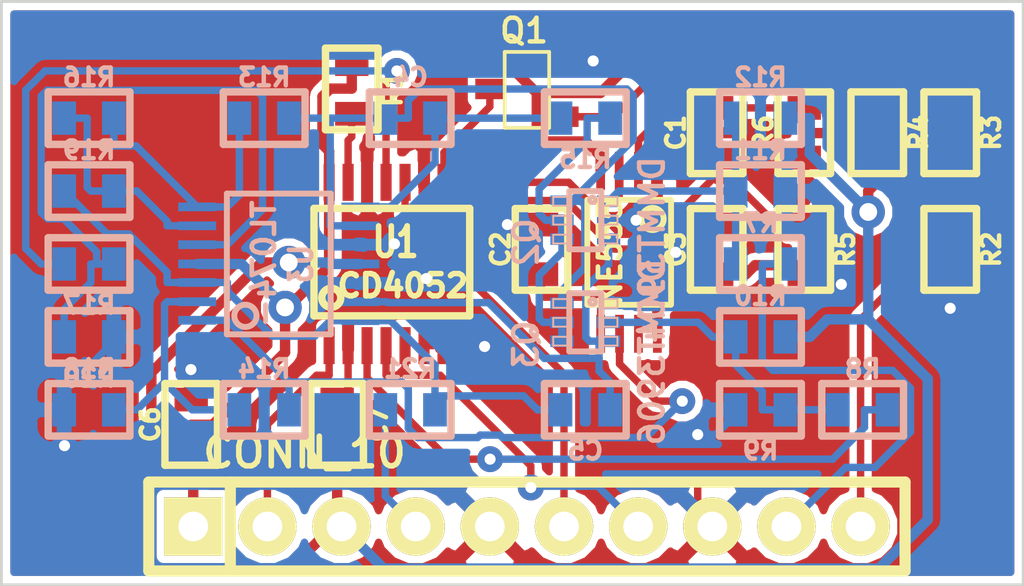
<source format=kicad_pcb>
(kicad_pcb (version 3) (host pcbnew "(2014-02-02 BZR 4653)-product")

  (general
    (links 89)
    (no_connects 2)
    (area 97.949999 73.94946 133.050001 95.60045)
    (thickness 1.6)
    (drawings 4)
    (tracks 401)
    (zones 0)
    (modules 35)
    (nets 30)
  )

  (page A3)
  (layers
    (15 F.Cu signal)
    (0 B.Cu signal)
    (16 B.Adhes user)
    (17 F.Adhes user)
    (18 B.Paste user)
    (19 F.Paste user)
    (20 B.SilkS user)
    (21 F.SilkS user)
    (22 B.Mask user)
    (23 F.Mask user)
    (24 Dwgs.User user)
    (25 Cmts.User user)
    (26 Eco1.User user)
    (27 Eco2.User user)
    (28 Edge.Cuts user)
  )

  (setup
    (last_trace_width 0.254)
    (trace_clearance 0.254)
    (zone_clearance 0.254)
    (zone_45_only no)
    (trace_min 0.254)
    (segment_width 0.2)
    (edge_width 0.1)
    (via_size 0.889)
    (via_drill 0.381)
    (via_min_size 0.889)
    (via_min_drill 0.381)
    (uvia_size 0.508)
    (uvia_drill 0.127)
    (uvias_allowed no)
    (uvia_min_size 0.508)
    (uvia_min_drill 0.127)
    (pcb_text_width 0.3)
    (pcb_text_size 1.5 1.5)
    (mod_edge_width 0.15)
    (mod_text_size 1 1)
    (mod_text_width 0.15)
    (pad_size 1.5 1.5)
    (pad_drill 0.6)
    (pad_to_mask_clearance 0)
    (aux_axis_origin 0 0)
    (visible_elements 7FFEFF7F)
    (pcbplotparams
      (layerselection 3178497)
      (usegerberextensions true)
      (excludeedgelayer true)
      (linewidth 0.150000)
      (plotframeref false)
      (viasonmask false)
      (mode 1)
      (useauxorigin false)
      (hpglpennumber 1)
      (hpglpenspeed 20)
      (hpglpendiameter 15)
      (hpglpenoverlay 2)
      (psnegative false)
      (psa4output false)
      (plotreference true)
      (plotvalue true)
      (plotothertext true)
      (plotinvisibletext false)
      (padsonsilk false)
      (subtractmaskfromsilk false)
      (outputformat 1)
      (mirror false)
      (drillshape 1)
      (scaleselection 1)
      (outputdirectory ""))
  )

  (net 0 "")
  (net 1 +12V)
  (net 2 -12V)
  (net 3 ATTACK)
  (net 4 DECAY)
  (net 5 "ENV OUT")
  (net 6 GATE)
  (net 7 GND)
  (net 8 N-0000010)
  (net 9 N-0000011)
  (net 10 N-0000012)
  (net 11 N-0000015)
  (net 12 N-0000016)
  (net 13 N-000002)
  (net 14 N-0000021)
  (net 15 N-0000022)
  (net 16 N-0000023)
  (net 17 N-0000024)
  (net 18 N-0000025)
  (net 19 N-0000027)
  (net 20 N-0000028)
  (net 21 N-0000029)
  (net 22 N-000003)
  (net 23 N-0000030)
  (net 24 N-000004)
  (net 25 N-000007)
  (net 26 N-000008)
  (net 27 N-000009)
  (net 28 RELEASE)
  (net 29 SUSTAIN)

  (net_class Default "This is the default net class."
    (clearance 0.254)
    (trace_width 0.254)
    (via_dia 0.889)
    (via_drill 0.381)
    (uvia_dia 0.508)
    (uvia_drill 0.127)
    (add_net "")
    (add_net GND)
    (add_net N-0000010)
    (add_net N-0000011)
    (add_net N-0000012)
    (add_net N-0000015)
    (add_net N-0000016)
    (add_net N-000002)
    (add_net N-0000021)
    (add_net N-0000022)
    (add_net N-0000023)
    (add_net N-0000024)
    (add_net N-0000025)
    (add_net N-0000027)
    (add_net N-0000028)
    (add_net N-0000029)
    (add_net N-000003)
    (add_net N-0000030)
    (add_net N-000004)
    (add_net N-000007)
    (add_net N-000008)
    (add_net N-000009)
  )

  (net_class POWER ""
    (clearance 0.254)
    (trace_width 0.3556)
    (via_dia 1.143)
    (via_drill 0.6096)
    (uvia_dia 0.508)
    (uvia_drill 0.127)
    (add_net +12V)
    (add_net -12V)
  )

  (net_class SIGNAL ""
    (clearance 0.254)
    (trace_width 0.254)
    (via_dia 0.889)
    (via_drill 0.381)
    (uvia_dia 0.508)
    (uvia_drill 0.127)
    (add_net ATTACK)
    (add_net DECAY)
    (add_net "ENV OUT")
    (add_net GATE)
    (add_net RELEASE)
    (add_net SUSTAIN)
  )

  (module TSSOP8-JRL (layer F.Cu) (tedit 52EC3DDF) (tstamp 52EC3E46)
    (at 119.5 82.5 180)
    (path /52EA6826)
    (attr smd)
    (fp_text reference U2 (at 0 -4.2 180) (layer F.SilkS) hide
      (effects (font (size 0.762 0.635) (thickness 0.15875)))
    )
    (fp_text value NE555 (at 0.65 -0.1 270) (layer F.SilkS)
      (effects (font (size 0.762 0.762) (thickness 0.16002)))
    )
    (fp_line (start -1.43 -1.9) (end 1.43 -1.9) (layer F.SilkS) (width 0.2))
    (fp_line (start 1.43 -1.9) (end 1.43 1.7) (layer F.SilkS) (width 0.2))
    (fp_line (start 1.43 1.7) (end -1.43 1.7) (layer F.SilkS) (width 0.2))
    (fp_line (start -1.438 1.678) (end -1.438 -1.878) (layer F.SilkS) (width 0.2))
    (fp_circle (center -0.803 1.043) (end -1.184 1.043) (layer F.SilkS) (width 0.2))
    (pad 1 smd rect (at -0.9554 2.694 180) (size 0.29972 1.30048) (layers F.Cu F.Paste F.Mask)
      (net 7 GND))
    (pad 2 smd rect (at -0.3204 2.694 180) (size 0.29972 1.30048) (layers F.Cu F.Paste F.Mask)
      (net 10 N-0000012))
    (pad 3 smd rect (at 0.34 2.694 180) (size 0.29972 1.30048) (layers F.Cu F.Paste F.Mask)
      (net 24 N-000004))
    (pad 4 smd rect (at 0.975 2.694 180) (size 0.29972 1.30048) (layers F.Cu F.Paste F.Mask)
      (net 1 +12V))
    (pad 5 smd rect (at 0.975 -2.894 180) (size 0.29972 1.30048) (layers F.Cu F.Paste F.Mask)
      (net 9 N-0000011))
    (pad 6 smd rect (at 0.3273 -2.894 180) (size 0.29972 1.30048) (layers F.Cu F.Paste F.Mask)
      (net 22 N-000003))
    (pad 7 smd rect (at -0.3204 -2.894 180) (size 0.29972 1.30048) (layers F.Cu F.Paste F.Mask))
    (pad 8 smd rect (at -0.9681 -2.894 180) (size 0.29972 1.30048) (layers F.Cu F.Paste F.Mask)
      (net 1 +12V))
    (model smd\smd_dil\tssop-14.wrl
      (at (xyz 0 0 0))
      (scale (xyz 1 1 1))
      (rotate (xyz 0 0 0))
    )
  )

  (module TSSOP16 (layer F.Cu) (tedit 4E43E09E) (tstamp 52EC3E5F)
    (at 111.5 83)
    (path /52E9DAA2)
    (attr smd)
    (fp_text reference U1 (at 0 -0.7493) (layer F.SilkS)
      (effects (font (size 1.016 0.762) (thickness 0.1905)))
    )
    (fp_text value CD4052 (at 0.24892 0.7493) (layer F.SilkS)
      (effects (font (size 0.762 0.762) (thickness 0.1905)))
    )
    (fp_line (start -2.794 -1.905) (end 2.54 -1.905) (layer F.SilkS) (width 0.254))
    (fp_line (start 2.54 -1.905) (end 2.54 1.778) (layer F.SilkS) (width 0.254))
    (fp_line (start 2.54 1.778) (end -2.794 1.778) (layer F.SilkS) (width 0.254))
    (fp_line (start -2.794 1.778) (end -2.794 -1.905) (layer F.SilkS) (width 0.254))
    (fp_circle (center -2.20218 1.15824) (end -2.40538 1.41224) (layer F.SilkS) (width 0.254))
    (pad 1 smd rect (at -2.27584 2.79908) (size 0.381 1.27) (layers F.Cu F.Paste F.Mask)
      (net 4 DECAY))
    (pad 2 smd rect (at -1.6256 2.79908) (size 0.381 1.27) (layers F.Cu F.Paste F.Mask)
      (net 7 GND))
    (pad 3 smd rect (at -0.97536 2.79908) (size 0.381 1.27) (layers F.Cu F.Paste F.Mask)
      (net 26 N-000008))
    (pad 4 smd rect (at -0.32512 2.79908) (size 0.381 1.27) (layers F.Cu F.Paste F.Mask)
      (net 28 RELEASE))
    (pad 5 smd rect (at 0.32512 2.79908) (size 0.381 1.27) (layers F.Cu F.Paste F.Mask)
      (net 28 RELEASE))
    (pad 6 smd rect (at 0.97536 2.79908) (size 0.381 1.27) (layers F.Cu F.Paste F.Mask)
      (net 7 GND))
    (pad 7 smd rect (at 1.6256 2.79908) (size 0.381 1.27) (layers F.Cu F.Paste F.Mask)
      (net 7 GND))
    (pad 8 smd rect (at 2.27584 2.79908) (size 0.381 1.27) (layers F.Cu F.Paste F.Mask)
      (net 7 GND))
    (pad 9 smd rect (at 2.27584 -2.79908) (size 0.381 1.27) (layers F.Cu F.Paste F.Mask)
      (net 24 N-000004))
    (pad 10 smd rect (at 1.6256 -2.79908) (size 0.381 1.27) (layers F.Cu F.Paste F.Mask)
      (net 8 N-0000010))
    (pad 11 smd rect (at 0.97536 -2.79908) (size 0.381 1.27) (layers F.Cu F.Paste F.Mask)
      (net 7 GND))
    (pad 12 smd rect (at 0.32512 -2.79908) (size 0.381 1.27) (layers F.Cu F.Paste F.Mask)
      (net 29 SUSTAIN))
    (pad 13 smd rect (at -0.32512 -2.79908) (size 0.381 1.27) (layers F.Cu F.Paste F.Mask)
      (net 17 N-0000024))
    (pad 14 smd rect (at -0.97536 -2.79908) (size 0.381 1.27) (layers F.Cu F.Paste F.Mask)
      (net 7 GND))
    (pad 15 smd rect (at -1.6256 -2.79908) (size 0.381 1.27) (layers F.Cu F.Paste F.Mask)
      (net 21 N-0000029))
    (pad 16 smd rect (at -2.27584 -2.79908) (size 0.381 1.27) (layers F.Cu F.Paste F.Mask)
      (net 1 +12V))
    (model smd\smd_dil\tssop-16.wrl
      (at (xyz 0 0 0))
      (scale (xyz 1 1 1))
      (rotate (xyz 0 0 0))
    )
  )

  (module TSSOP14 (layer B.Cu) (tedit 4E43F187) (tstamp 52EC3E76)
    (at 107.5 83 90)
    (path /52E9CC88)
    (attr smd)
    (fp_text reference U3 (at 0 0.762 90) (layer B.SilkS)
      (effects (font (size 0.762 0.635) (thickness 0.16002)) (justify mirror))
    )
    (fp_text value TL074- (at 0 -0.508 90) (layer B.SilkS)
      (effects (font (size 0.762 0.762) (thickness 0.16002)) (justify mirror))
    )
    (fp_line (start -2.413 1.778) (end 2.413 1.778) (layer B.SilkS) (width 0.2032))
    (fp_line (start 2.413 1.778) (end 2.413 -1.778) (layer B.SilkS) (width 0.2032))
    (fp_line (start 2.413 -1.778) (end -2.413 -1.778) (layer B.SilkS) (width 0.2032))
    (fp_line (start -2.413 -1.778) (end -2.413 1.778) (layer B.SilkS) (width 0.2032))
    (fp_circle (center -1.778 -1.143) (end -2.159 -1.143) (layer B.SilkS) (width 0.2032))
    (pad 1 smd rect (at -1.9304 -2.794 90) (size 0.29972 1.30048) (layers B.Cu B.Paste B.Mask)
      (net 22 N-000003))
    (pad 2 smd rect (at -1.2954 -2.794 90) (size 0.29972 1.30048) (layers B.Cu B.Paste B.Mask)
      (net 13 N-000002))
    (pad 3 smd rect (at -0.635 -2.794 90) (size 0.29972 1.30048) (layers B.Cu B.Paste B.Mask)
      (net 20 N-0000028))
    (pad 4 smd rect (at 0 -2.794 90) (size 0.29972 1.30048) (layers B.Cu B.Paste B.Mask)
      (net 1 +12V))
    (pad 5 smd rect (at 0.6604 -2.794 90) (size 0.29972 1.30048) (layers B.Cu B.Paste B.Mask)
      (net 23 N-0000030))
    (pad 6 smd rect (at 1.3081 -2.794 90) (size 0.29972 1.30048) (layers B.Cu B.Paste B.Mask)
      (net 16 N-0000023))
    (pad 7 smd rect (at 1.9558 -2.794 90) (size 0.29972 1.30048) (layers B.Cu B.Paste B.Mask)
      (net 18 N-0000025))
    (pad 8 smd rect (at 1.9558 2.794 90) (size 0.29972 1.30048) (layers B.Cu B.Paste B.Mask)
      (net 15 N-0000022))
    (pad 9 smd rect (at 1.3081 2.794 90) (size 0.29972 1.30048) (layers B.Cu B.Paste B.Mask)
      (net 14 N-0000021))
    (pad 10 smd rect (at 0.6604 2.794 90) (size 0.29972 1.30048) (layers B.Cu B.Paste B.Mask)
      (net 7 GND))
    (pad 11 smd rect (at 0 2.794 90) (size 0.29972 1.30048) (layers B.Cu B.Paste B.Mask)
      (net 2 -12V))
    (pad 12 smd rect (at -0.6477 2.794 90) (size 0.29972 1.30048) (layers B.Cu B.Paste B.Mask)
      (net 7 GND))
    (pad 13 smd rect (at -1.2954 2.794 90) (size 0.29972 1.30048) (layers B.Cu B.Paste B.Mask)
      (net 19 N-0000027))
    (pad 14 smd rect (at -1.9431 2.794 90) (size 0.29972 1.30048) (layers B.Cu B.Paste B.Mask)
      (net 20 N-0000028))
    (model smd\smd_dil\tssop-14.wrl
      (at (xyz 0 0 0))
      (scale (xyz 1 1 1))
      (rotate (xyz 0 0 0))
    )
  )

  (module SOT363-JRL (layer B.Cu) (tedit 512395CF) (tstamp 52EFBA56)
    (at 118 85 270)
    (descr "SMALL OUTLINE TRANSISTOR; 6 LEADS")
    (tags "SMALL OUTLINE TRANSISTOR; 6 LEADS")
    (path /52EA83F8)
    (attr smd)
    (fp_text reference Q3 (at 0.762 2.032 270) (layer B.SilkS)
      (effects (font (size 0.8128 0.8128) (thickness 0.1524)) (justify mirror))
    )
    (fp_text value DMMT3906 (at 1.016 -2.286 270) (layer B.SilkS)
      (effects (font (size 0.8128 0.8128) (thickness 0.1524)) (justify mirror))
    )
    (fp_line (start -0.79756 -1.09982) (end -0.49784 -1.09982) (layer B.SilkS) (width 0.06604))
    (fp_line (start -0.49784 -1.09982) (end -0.49784 -0.59944) (layer B.SilkS) (width 0.06604))
    (fp_line (start -0.79756 -0.59944) (end -0.49784 -0.59944) (layer B.SilkS) (width 0.06604))
    (fp_line (start -0.79756 -1.09982) (end -0.79756 -0.59944) (layer B.SilkS) (width 0.06604))
    (fp_line (start -0.14986 -1.09982) (end 0.14986 -1.09982) (layer B.SilkS) (width 0.06604))
    (fp_line (start 0.14986 -1.09982) (end 0.14986 -0.59944) (layer B.SilkS) (width 0.06604))
    (fp_line (start -0.14986 -0.59944) (end 0.14986 -0.59944) (layer B.SilkS) (width 0.06604))
    (fp_line (start -0.14986 -1.09982) (end -0.14986 -0.59944) (layer B.SilkS) (width 0.06604))
    (fp_line (start 0.49784 -1.09982) (end 0.79756 -1.09982) (layer B.SilkS) (width 0.06604))
    (fp_line (start 0.79756 -1.09982) (end 0.79756 -0.59944) (layer B.SilkS) (width 0.06604))
    (fp_line (start 0.49784 -0.59944) (end 0.79756 -0.59944) (layer B.SilkS) (width 0.06604))
    (fp_line (start 0.49784 -1.09982) (end 0.49784 -0.59944) (layer B.SilkS) (width 0.06604))
    (fp_line (start 0.49784 0.59944) (end 0.79756 0.59944) (layer B.SilkS) (width 0.06604))
    (fp_line (start 0.79756 0.59944) (end 0.79756 1.09982) (layer B.SilkS) (width 0.06604))
    (fp_line (start 0.49784 1.09982) (end 0.79756 1.09982) (layer B.SilkS) (width 0.06604))
    (fp_line (start 0.49784 0.59944) (end 0.49784 1.09982) (layer B.SilkS) (width 0.06604))
    (fp_line (start -0.14986 0.59944) (end 0.14986 0.59944) (layer B.SilkS) (width 0.06604))
    (fp_line (start 0.14986 0.59944) (end 0.14986 1.09982) (layer B.SilkS) (width 0.06604))
    (fp_line (start -0.14986 1.09982) (end 0.14986 1.09982) (layer B.SilkS) (width 0.06604))
    (fp_line (start -0.14986 0.59944) (end -0.14986 1.09982) (layer B.SilkS) (width 0.06604))
    (fp_line (start -0.79756 0.59944) (end -0.49784 0.59944) (layer B.SilkS) (width 0.06604))
    (fp_line (start -0.49784 0.59944) (end -0.49784 1.09982) (layer B.SilkS) (width 0.06604))
    (fp_line (start -0.79756 1.09982) (end -0.49784 1.09982) (layer B.SilkS) (width 0.06604))
    (fp_line (start -0.79756 0.59944) (end -0.79756 1.09982) (layer B.SilkS) (width 0.06604))
    (fp_line (start -0.99822 0.54864) (end 0.99822 0.54864) (layer B.SilkS) (width 0.2032))
    (fp_line (start 0.99822 0.54864) (end 0.99822 -0.54864) (layer B.SilkS) (width 0.2032))
    (fp_line (start 0.99822 -0.54864) (end -0.99822 -0.54864) (layer B.SilkS) (width 0.2032))
    (fp_line (start -0.99822 -0.54864) (end -0.99822 0.54864) (layer B.SilkS) (width 0.2032))
    (fp_circle (center -0.6985 -0.24892) (end -0.77216 -0.32258) (layer B.SilkS) (width 0.1524))
    (pad 1 smd rect (at -0.6477 -0.79756 270) (size 0.39878 0.79756) (layers B.Cu B.Paste B.Mask)
      (net 7 GND))
    (pad 2 smd rect (at 0 -0.79756 270) (size 0.39878 0.79756) (layers B.Cu B.Paste B.Mask)
      (net 25 N-000007))
    (pad 3 smd rect (at 0.6477 -0.79756 270) (size 0.39878 0.79756) (layers B.Cu B.Paste B.Mask)
      (net 19 N-0000027))
    (pad 4 smd rect (at 0.6477 0.79756 270) (size 0.39878 0.79756) (layers B.Cu B.Paste B.Mask)
      (net 11 N-0000015))
    (pad 5 smd rect (at 0 0.79756 270) (size 0.39878 0.79756) (layers B.Cu B.Paste B.Mask)
      (net 11 N-0000015))
    (pad 6 smd rect (at -0.6477 0.79756 270) (size 0.39878 0.79756) (layers B.Cu B.Paste B.Mask)
      (net 14 N-0000021))
  )

  (module SOT363-JRL (layer B.Cu) (tedit 512395CF) (tstamp 52EFBA7E)
    (at 118 81.5 270)
    (descr "SMALL OUTLINE TRANSISTOR; 6 LEADS")
    (tags "SMALL OUTLINE TRANSISTOR; 6 LEADS")
    (path /52EA83E9)
    (attr smd)
    (fp_text reference Q2 (at 0.762 2.032 270) (layer B.SilkS)
      (effects (font (size 0.8128 0.8128) (thickness 0.1524)) (justify mirror))
    )
    (fp_text value DMMT3904 (at 1.016 -2.286 270) (layer B.SilkS)
      (effects (font (size 0.8128 0.8128) (thickness 0.1524)) (justify mirror))
    )
    (fp_line (start -0.79756 -1.09982) (end -0.49784 -1.09982) (layer B.SilkS) (width 0.06604))
    (fp_line (start -0.49784 -1.09982) (end -0.49784 -0.59944) (layer B.SilkS) (width 0.06604))
    (fp_line (start -0.79756 -0.59944) (end -0.49784 -0.59944) (layer B.SilkS) (width 0.06604))
    (fp_line (start -0.79756 -1.09982) (end -0.79756 -0.59944) (layer B.SilkS) (width 0.06604))
    (fp_line (start -0.14986 -1.09982) (end 0.14986 -1.09982) (layer B.SilkS) (width 0.06604))
    (fp_line (start 0.14986 -1.09982) (end 0.14986 -0.59944) (layer B.SilkS) (width 0.06604))
    (fp_line (start -0.14986 -0.59944) (end 0.14986 -0.59944) (layer B.SilkS) (width 0.06604))
    (fp_line (start -0.14986 -1.09982) (end -0.14986 -0.59944) (layer B.SilkS) (width 0.06604))
    (fp_line (start 0.49784 -1.09982) (end 0.79756 -1.09982) (layer B.SilkS) (width 0.06604))
    (fp_line (start 0.79756 -1.09982) (end 0.79756 -0.59944) (layer B.SilkS) (width 0.06604))
    (fp_line (start 0.49784 -0.59944) (end 0.79756 -0.59944) (layer B.SilkS) (width 0.06604))
    (fp_line (start 0.49784 -1.09982) (end 0.49784 -0.59944) (layer B.SilkS) (width 0.06604))
    (fp_line (start 0.49784 0.59944) (end 0.79756 0.59944) (layer B.SilkS) (width 0.06604))
    (fp_line (start 0.79756 0.59944) (end 0.79756 1.09982) (layer B.SilkS) (width 0.06604))
    (fp_line (start 0.49784 1.09982) (end 0.79756 1.09982) (layer B.SilkS) (width 0.06604))
    (fp_line (start 0.49784 0.59944) (end 0.49784 1.09982) (layer B.SilkS) (width 0.06604))
    (fp_line (start -0.14986 0.59944) (end 0.14986 0.59944) (layer B.SilkS) (width 0.06604))
    (fp_line (start 0.14986 0.59944) (end 0.14986 1.09982) (layer B.SilkS) (width 0.06604))
    (fp_line (start -0.14986 1.09982) (end 0.14986 1.09982) (layer B.SilkS) (width 0.06604))
    (fp_line (start -0.14986 0.59944) (end -0.14986 1.09982) (layer B.SilkS) (width 0.06604))
    (fp_line (start -0.79756 0.59944) (end -0.49784 0.59944) (layer B.SilkS) (width 0.06604))
    (fp_line (start -0.49784 0.59944) (end -0.49784 1.09982) (layer B.SilkS) (width 0.06604))
    (fp_line (start -0.79756 1.09982) (end -0.49784 1.09982) (layer B.SilkS) (width 0.06604))
    (fp_line (start -0.79756 0.59944) (end -0.79756 1.09982) (layer B.SilkS) (width 0.06604))
    (fp_line (start -0.99822 0.54864) (end 0.99822 0.54864) (layer B.SilkS) (width 0.2032))
    (fp_line (start 0.99822 0.54864) (end 0.99822 -0.54864) (layer B.SilkS) (width 0.2032))
    (fp_line (start 0.99822 -0.54864) (end -0.99822 -0.54864) (layer B.SilkS) (width 0.2032))
    (fp_line (start -0.99822 -0.54864) (end -0.99822 0.54864) (layer B.SilkS) (width 0.2032))
    (fp_circle (center -0.6985 -0.24892) (end -0.77216 -0.32258) (layer B.SilkS) (width 0.1524))
    (pad 1 smd rect (at -0.6477 -0.79756 270) (size 0.39878 0.79756) (layers B.Cu B.Paste B.Mask)
      (net 12 N-0000016))
    (pad 2 smd rect (at 0 -0.79756 270) (size 0.39878 0.79756) (layers B.Cu B.Paste B.Mask)
      (net 7 GND))
    (pad 3 smd rect (at 0.6477 -0.79756 270) (size 0.39878 0.79756) (layers B.Cu B.Paste B.Mask)
      (net 19 N-0000027))
    (pad 4 smd rect (at 0.6477 0.79756 270) (size 0.39878 0.79756) (layers B.Cu B.Paste B.Mask)
      (net 11 N-0000015))
    (pad 5 smd rect (at 0 0.79756 270) (size 0.39878 0.79756) (layers B.Cu B.Paste B.Mask)
      (net 11 N-0000015))
    (pad 6 smd rect (at -0.6477 0.79756 270) (size 0.39878 0.79756) (layers B.Cu B.Paste B.Mask)
      (net 14 N-0000021))
  )

  (module SOT23-JRL (layer F.Cu) (tedit 5281A378) (tstamp 52EF2878)
    (at 116 77 90)
    (tags SOT23)
    (path /52EA6833)
    (fp_text reference Q1 (at 1.99898 -0.09906 180) (layer F.SilkS)
      (effects (font (size 0.8128 0.8128) (thickness 0.1524)))
    )
    (fp_text value 2N3904 (at 0.0635 0 90) (layer F.SilkS) hide
      (effects (font (size 0.8128 0.8128) (thickness 0.1524)))
    )
    (fp_line (start 1.27 0.762) (end -1.3335 0.762) (layer F.SilkS) (width 0.127))
    (fp_line (start -1.3335 0.762) (end -1.3335 -0.762) (layer F.SilkS) (width 0.127))
    (fp_line (start -1.3335 -0.762) (end 1.27 -0.762) (layer F.SilkS) (width 0.127))
    (fp_line (start 1.27 -0.762) (end 1.27 0.762) (layer F.SilkS) (width 0.127))
    (pad 3 smd rect (at 0 -1.27 90) (size 0.70104 1.00076) (layers F.Cu F.Paste F.Mask)
      (net 8 N-0000010))
    (pad 1 smd rect (at 0.9525 1.27 90) (size 0.70104 1.00076) (layers F.Cu F.Paste F.Mask)
      (net 7 GND))
    (pad 2 smd rect (at -0.9525 1.27 90) (size 0.70104 1.00076) (layers F.Cu F.Paste F.Mask)
      (net 27 N-000009))
    (model smd/SOT23_6.wrl
      (at (xyz 0 0 0))
      (scale (xyz 0.11 0.11 0.11))
      (rotate (xyz 0 0 -180))
    )
  )

  (module SM0603-JRL (layer B.Cu) (tedit 528C3246) (tstamp 52EC3ED9)
    (at 124 88)
    (path /52EA8356)
    (attr smd)
    (fp_text reference R9 (at 0 1.4) (layer B.SilkS)
      (effects (font (size 0.6096 0.6096) (thickness 0.1524)) (justify mirror))
    )
    (fp_text value 2.2K (at 0 0) (layer B.SilkS) hide
      (effects (font (size 0.508 0.4572) (thickness 0.1143)) (justify mirror))
    )
    (fp_line (start -1.4 -0.9) (end 1.4 -0.9) (layer B.SilkS) (width 0.254))
    (fp_line (start 1.4 -0.9) (end 1.4 0.9) (layer B.SilkS) (width 0.254))
    (fp_line (start 1.4 0.9) (end -1.4 0.9) (layer B.SilkS) (width 0.254))
    (fp_line (start -1.4 0.9) (end -1.4 -0.9) (layer B.SilkS) (width 0.254))
    (pad 1 smd rect (at -0.8509 0) (size 0.8128 1.143) (layers B.Cu B.Paste B.Mask)
      (net 7 GND))
    (pad 2 smd rect (at 0.8509 0) (size 0.8128 1.143) (layers B.Cu B.Paste B.Mask)
      (net 25 N-000007))
    (model smd\resistors\R0603.wrl
      (at (xyz 0 0 0.001))
      (scale (xyz 0.5 0.5 0.5))
      (rotate (xyz 0 0 0))
    )
  )

  (module SM0603-JRL (layer F.Cu) (tedit 528C3246) (tstamp 52EF286C)
    (at 128 78.5 270)
    (path /52EA68F7)
    (attr smd)
    (fp_text reference R4 (at 0 -1.4 270) (layer F.SilkS)
      (effects (font (size 0.6096 0.6096) (thickness 0.1524)))
    )
    (fp_text value 330K (at 0 0 270) (layer F.SilkS) hide
      (effects (font (size 0.508 0.4572) (thickness 0.1143)))
    )
    (fp_line (start -1.4 0.9) (end 1.4 0.9) (layer F.SilkS) (width 0.254))
    (fp_line (start 1.4 0.9) (end 1.4 -0.9) (layer F.SilkS) (width 0.254))
    (fp_line (start 1.4 -0.9) (end -1.4 -0.9) (layer F.SilkS) (width 0.254))
    (fp_line (start -1.4 -0.9) (end -1.4 0.9) (layer F.SilkS) (width 0.254))
    (pad 1 smd rect (at -0.8509 0 270) (size 0.8128 1.143) (layers F.Cu F.Paste F.Mask)
      (net 27 N-000009))
    (pad 2 smd rect (at 0.8509 0 270) (size 0.8128 1.143) (layers F.Cu F.Paste F.Mask)
      (net 2 -12V))
    (model smd\resistors\R0603.wrl
      (at (xyz 0 0 0.001))
      (scale (xyz 0.5 0.5 0.5))
      (rotate (xyz 0 0 0))
    )
  )

  (module SM0603-JRL (layer F.Cu) (tedit 528C3246) (tstamp 52EC3EED)
    (at 122.5 78.5 90)
    (path /52EA6BA1)
    (attr smd)
    (fp_text reference C1 (at 0 -1.4 90) (layer F.SilkS)
      (effects (font (size 0.6096 0.6096) (thickness 0.1524)))
    )
    (fp_text value 100n (at 0 0 90) (layer F.SilkS) hide
      (effects (font (size 0.508 0.4572) (thickness 0.1143)))
    )
    (fp_line (start -1.4 0.9) (end 1.4 0.9) (layer F.SilkS) (width 0.254))
    (fp_line (start 1.4 0.9) (end 1.4 -0.9) (layer F.SilkS) (width 0.254))
    (fp_line (start 1.4 -0.9) (end -1.4 -0.9) (layer F.SilkS) (width 0.254))
    (fp_line (start -1.4 -0.9) (end -1.4 0.9) (layer F.SilkS) (width 0.254))
    (pad 1 smd rect (at -0.8509 0 90) (size 0.8128 1.143) (layers F.Cu F.Paste F.Mask)
      (net 8 N-0000010))
    (pad 2 smd rect (at 0.8509 0 90) (size 0.8128 1.143) (layers F.Cu F.Paste F.Mask)
      (net 10 N-0000012))
    (model smd\resistors\R0603.wrl
      (at (xyz 0 0 0.001))
      (scale (xyz 0.5 0.5 0.5))
      (rotate (xyz 0 0 0))
    )
  )

  (module SM0603-JRL (layer F.Cu) (tedit 528C3246) (tstamp 52EC3EF7)
    (at 125.5 78.5 90)
    (path /52EA6BBB)
    (attr smd)
    (fp_text reference R6 (at 0 -1.4 90) (layer F.SilkS)
      (effects (font (size 0.6096 0.6096) (thickness 0.1524)))
    )
    (fp_text value 10K (at 0 0 90) (layer F.SilkS) hide
      (effects (font (size 0.508 0.4572) (thickness 0.1143)))
    )
    (fp_line (start -1.4 0.9) (end 1.4 0.9) (layer F.SilkS) (width 0.254))
    (fp_line (start 1.4 0.9) (end 1.4 -0.9) (layer F.SilkS) (width 0.254))
    (fp_line (start 1.4 -0.9) (end -1.4 -0.9) (layer F.SilkS) (width 0.254))
    (fp_line (start -1.4 -0.9) (end -1.4 0.9) (layer F.SilkS) (width 0.254))
    (pad 1 smd rect (at -0.8509 0 90) (size 0.8128 1.143) (layers F.Cu F.Paste F.Mask)
      (net 1 +12V))
    (pad 2 smd rect (at 0.8509 0 90) (size 0.8128 1.143) (layers F.Cu F.Paste F.Mask)
      (net 10 N-0000012))
    (model smd\resistors\R0603.wrl
      (at (xyz 0 0 0.001))
      (scale (xyz 0.5 0.5 0.5))
      (rotate (xyz 0 0 0))
    )
  )

  (module SM0603-JRL (layer F.Cu) (tedit 528C3246) (tstamp 52EC3F01)
    (at 116.5 82.5 90)
    (path /52EA7373)
    (attr smd)
    (fp_text reference C2 (at 0 -1.4 90) (layer F.SilkS)
      (effects (font (size 0.6096 0.6096) (thickness 0.1524)))
    )
    (fp_text value 0.01μ (at 0 0 90) (layer F.SilkS) hide
      (effects (font (size 0.508 0.4572) (thickness 0.1143)))
    )
    (fp_line (start -1.4 0.9) (end 1.4 0.9) (layer F.SilkS) (width 0.254))
    (fp_line (start 1.4 0.9) (end 1.4 -0.9) (layer F.SilkS) (width 0.254))
    (fp_line (start 1.4 -0.9) (end -1.4 -0.9) (layer F.SilkS) (width 0.254))
    (fp_line (start -1.4 -0.9) (end -1.4 0.9) (layer F.SilkS) (width 0.254))
    (pad 1 smd rect (at -0.8509 0 90) (size 0.8128 1.143) (layers F.Cu F.Paste F.Mask)
      (net 9 N-0000011))
    (pad 2 smd rect (at 0.8509 0 90) (size 0.8128 1.143) (layers F.Cu F.Paste F.Mask)
      (net 7 GND))
    (model smd\resistors\R0603.wrl
      (at (xyz 0 0 0.001))
      (scale (xyz 0.5 0.5 0.5))
      (rotate (xyz 0 0 0))
    )
  )

  (module SM0603-JRL (layer B.Cu) (tedit 528C3246) (tstamp 52EC3F0B)
    (at 107 88 180)
    (path /52EA7939)
    (attr smd)
    (fp_text reference R14 (at 0 1.4 180) (layer B.SilkS)
      (effects (font (size 0.6096 0.6096) (thickness 0.1524)) (justify mirror))
    )
    (fp_text value 56K** (at 0 0 180) (layer B.SilkS) hide
      (effects (font (size 0.508 0.4572) (thickness 0.1143)) (justify mirror))
    )
    (fp_line (start -1.4 -0.9) (end 1.4 -0.9) (layer B.SilkS) (width 0.254))
    (fp_line (start 1.4 -0.9) (end 1.4 0.9) (layer B.SilkS) (width 0.254))
    (fp_line (start 1.4 0.9) (end -1.4 0.9) (layer B.SilkS) (width 0.254))
    (fp_line (start -1.4 0.9) (end -1.4 -0.9) (layer B.SilkS) (width 0.254))
    (pad 1 smd rect (at -0.8509 0 180) (size 0.8128 1.143) (layers B.Cu B.Paste B.Mask)
      (net 22 N-000003))
    (pad 2 smd rect (at 0.8509 0 180) (size 0.8128 1.143) (layers B.Cu B.Paste B.Mask)
      (net 13 N-000002))
    (model smd\resistors\R0603.wrl
      (at (xyz 0 0 0.001))
      (scale (xyz 0.5 0.5 0.5))
      (rotate (xyz 0 0 0))
    )
  )

  (module SM0603-JRL (layer B.Cu) (tedit 528C3246) (tstamp 52EC3F15)
    (at 101 88 180)
    (path /52EA793F)
    (attr smd)
    (fp_text reference R18 (at 0 1.4 180) (layer B.SilkS)
      (effects (font (size 0.6096 0.6096) (thickness 0.1524)) (justify mirror))
    )
    (fp_text value 100K (at 0 0 180) (layer B.SilkS) hide
      (effects (font (size 0.508 0.4572) (thickness 0.1143)) (justify mirror))
    )
    (fp_line (start -1.4 -0.9) (end 1.4 -0.9) (layer B.SilkS) (width 0.254))
    (fp_line (start 1.4 -0.9) (end 1.4 0.9) (layer B.SilkS) (width 0.254))
    (fp_line (start 1.4 0.9) (end -1.4 0.9) (layer B.SilkS) (width 0.254))
    (fp_line (start -1.4 0.9) (end -1.4 -0.9) (layer B.SilkS) (width 0.254))
    (pad 1 smd rect (at -0.8509 0 180) (size 0.8128 1.143) (layers B.Cu B.Paste B.Mask)
      (net 13 N-000002))
    (pad 2 smd rect (at 0.8509 0 180) (size 0.8128 1.143) (layers B.Cu B.Paste B.Mask)
      (net 7 GND))
    (model smd\resistors\R0603.wrl
      (at (xyz 0 0 0.001))
      (scale (xyz 0.5 0.5 0.5))
      (rotate (xyz 0 0 0))
    )
  )

  (module SM0603-JRL (layer F.Cu) (tedit 528C3246) (tstamp 52EC3F1F)
    (at 122.5 82.5 90)
    (path /52EC40BB)
    (attr smd)
    (fp_text reference C3 (at 0 -1.4 90) (layer F.SilkS)
      (effects (font (size 0.6096 0.6096) (thickness 0.1524)))
    )
    (fp_text value 100n (at 0 0 90) (layer F.SilkS) hide
      (effects (font (size 0.508 0.4572) (thickness 0.1143)))
    )
    (fp_line (start -1.4 0.9) (end 1.4 0.9) (layer F.SilkS) (width 0.254))
    (fp_line (start 1.4 0.9) (end 1.4 -0.9) (layer F.SilkS) (width 0.254))
    (fp_line (start 1.4 -0.9) (end -1.4 -0.9) (layer F.SilkS) (width 0.254))
    (fp_line (start -1.4 -0.9) (end -1.4 0.9) (layer F.SilkS) (width 0.254))
    (pad 1 smd rect (at -0.8509 0 90) (size 0.8128 1.143) (layers F.Cu F.Paste F.Mask)
      (net 1 +12V))
    (pad 2 smd rect (at 0.8509 0 90) (size 0.8128 1.143) (layers F.Cu F.Paste F.Mask)
      (net 7 GND))
    (model smd\resistors\R0603.wrl
      (at (xyz 0 0 0.001))
      (scale (xyz 0.5 0.5 0.5))
      (rotate (xyz 0 0 0))
    )
  )

  (module SM0603-JRL (layer B.Cu) (tedit 528C3246) (tstamp 52EF2814)
    (at 124 85.5 180)
    (path /52EA835C)
    (attr smd)
    (fp_text reference R10 (at 0 1.4 180) (layer B.SilkS)
      (effects (font (size 0.6096 0.6096) (thickness 0.1524)) (justify mirror))
    )
    (fp_text value 270K (at 0 0 180) (layer B.SilkS) hide
      (effects (font (size 0.508 0.4572) (thickness 0.1143)) (justify mirror))
    )
    (fp_line (start -1.4 -0.9) (end 1.4 -0.9) (layer B.SilkS) (width 0.254))
    (fp_line (start 1.4 -0.9) (end 1.4 0.9) (layer B.SilkS) (width 0.254))
    (fp_line (start 1.4 0.9) (end -1.4 0.9) (layer B.SilkS) (width 0.254))
    (fp_line (start -1.4 0.9) (end -1.4 -0.9) (layer B.SilkS) (width 0.254))
    (pad 1 smd rect (at -0.8509 0 180) (size 0.8128 1.143) (layers B.Cu B.Paste B.Mask)
      (net 2 -12V))
    (pad 2 smd rect (at 0.8509 0 180) (size 0.8128 1.143) (layers B.Cu B.Paste B.Mask)
      (net 25 N-000007))
    (model smd\resistors\R0603.wrl
      (at (xyz 0 0 0.001))
      (scale (xyz 0.5 0.5 0.5))
      (rotate (xyz 0 0 0))
    )
  )

  (module SM0603-JRL (layer B.Cu) (tedit 528C3246) (tstamp 52EC3F33)
    (at 124 83 180)
    (path /52EA8929)
    (attr smd)
    (fp_text reference R7 (at 0 1.4 180) (layer B.SilkS)
      (effects (font (size 0.6096 0.6096) (thickness 0.1524)) (justify mirror))
    )
    (fp_text value 43K** (at 0 0 180) (layer B.SilkS) hide
      (effects (font (size 0.508 0.4572) (thickness 0.1143)) (justify mirror))
    )
    (fp_line (start -1.4 -0.9) (end 1.4 -0.9) (layer B.SilkS) (width 0.254))
    (fp_line (start 1.4 -0.9) (end 1.4 0.9) (layer B.SilkS) (width 0.254))
    (fp_line (start 1.4 0.9) (end -1.4 0.9) (layer B.SilkS) (width 0.254))
    (fp_line (start -1.4 0.9) (end -1.4 -0.9) (layer B.SilkS) (width 0.254))
    (pad 1 smd rect (at -0.8509 0 180) (size 0.8128 1.143) (layers B.Cu B.Paste B.Mask)
      (net 3 ATTACK))
    (pad 2 smd rect (at 0.8509 0 180) (size 0.8128 1.143) (layers B.Cu B.Paste B.Mask)
      (net 12 N-0000016))
    (model smd\resistors\R0603.wrl
      (at (xyz 0 0 0.001))
      (scale (xyz 0.5 0.5 0.5))
      (rotate (xyz 0 0 0))
    )
  )

  (module SM0603-JRL (layer B.Cu) (tedit 528C3246) (tstamp 52EF282A)
    (at 124 80.5 180)
    (path /52EA893B)
    (attr smd)
    (fp_text reference R11 (at 0 1.4 180) (layer B.SilkS)
      (effects (font (size 0.6096 0.6096) (thickness 0.1524)) (justify mirror))
    )
    (fp_text value 2.2K (at 0 0 180) (layer B.SilkS) hide
      (effects (font (size 0.508 0.4572) (thickness 0.1143)) (justify mirror))
    )
    (fp_line (start -1.4 -0.9) (end 1.4 -0.9) (layer B.SilkS) (width 0.254))
    (fp_line (start 1.4 -0.9) (end 1.4 0.9) (layer B.SilkS) (width 0.254))
    (fp_line (start 1.4 0.9) (end -1.4 0.9) (layer B.SilkS) (width 0.254))
    (fp_line (start -1.4 0.9) (end -1.4 -0.9) (layer B.SilkS) (width 0.254))
    (pad 1 smd rect (at -0.8509 0 180) (size 0.8128 1.143) (layers B.Cu B.Paste B.Mask)
      (net 7 GND))
    (pad 2 smd rect (at 0.8509 0 180) (size 0.8128 1.143) (layers B.Cu B.Paste B.Mask)
      (net 12 N-0000016))
    (model smd\resistors\R0603.wrl
      (at (xyz 0 0 0.001))
      (scale (xyz 0.5 0.5 0.5))
      (rotate (xyz 0 0 0))
    )
  )

  (module SM0603-JRL (layer B.Cu) (tedit 528C3246) (tstamp 52EF281F)
    (at 124 78 180)
    (path /52EA8941)
    (attr smd)
    (fp_text reference R12 (at 0 1.4 180) (layer B.SilkS)
      (effects (font (size 0.6096 0.6096) (thickness 0.1524)) (justify mirror))
    )
    (fp_text value 270K (at 0 0 180) (layer B.SilkS) hide
      (effects (font (size 0.508 0.4572) (thickness 0.1143)) (justify mirror))
    )
    (fp_line (start -1.4 -0.9) (end 1.4 -0.9) (layer B.SilkS) (width 0.254))
    (fp_line (start 1.4 -0.9) (end 1.4 0.9) (layer B.SilkS) (width 0.254))
    (fp_line (start 1.4 0.9) (end -1.4 0.9) (layer B.SilkS) (width 0.254))
    (fp_line (start -1.4 0.9) (end -1.4 -0.9) (layer B.SilkS) (width 0.254))
    (pad 1 smd rect (at -0.8509 0 180) (size 0.8128 1.143) (layers B.Cu B.Paste B.Mask)
      (net 2 -12V))
    (pad 2 smd rect (at 0.8509 0 180) (size 0.8128 1.143) (layers B.Cu B.Paste B.Mask)
      (net 12 N-0000016))
    (model smd\resistors\R0603.wrl
      (at (xyz 0 0 0.001))
      (scale (xyz 0.5 0.5 0.5))
      (rotate (xyz 0 0 0))
    )
  )

  (module SM0603-JRL (layer F.Cu) (tedit 528C3246) (tstamp 52ED3764)
    (at 130.5 82.5 270)
    (path /52EA68F1)
    (attr smd)
    (fp_text reference R2 (at 0 -1.4 270) (layer F.SilkS)
      (effects (font (size 0.6096 0.6096) (thickness 0.1524)))
    )
    (fp_text value 100K (at 0 0 270) (layer F.SilkS) hide
      (effects (font (size 0.508 0.4572) (thickness 0.1143)))
    )
    (fp_line (start -1.4 0.9) (end 1.4 0.9) (layer F.SilkS) (width 0.254))
    (fp_line (start 1.4 0.9) (end 1.4 -0.9) (layer F.SilkS) (width 0.254))
    (fp_line (start 1.4 -0.9) (end -1.4 -0.9) (layer F.SilkS) (width 0.254))
    (fp_line (start -1.4 -0.9) (end -1.4 0.9) (layer F.SilkS) (width 0.254))
    (pad 1 smd rect (at -0.8509 0 270) (size 0.8128 1.143) (layers F.Cu F.Paste F.Mask)
      (net 6 GATE))
    (pad 2 smd rect (at 0.8509 0 270) (size 0.8128 1.143) (layers F.Cu F.Paste F.Mask)
      (net 7 GND))
    (model smd\resistors\R0603.wrl
      (at (xyz 0 0 0.001))
      (scale (xyz 0.5 0.5 0.5))
      (rotate (xyz 0 0 0))
    )
  )

  (module SM0603-JRL (layer F.Cu) (tedit 528C3246) (tstamp 52EC3F5B)
    (at 130.5 78.5 270)
    (path /52EA6853)
    (attr smd)
    (fp_text reference R3 (at 0 -1.4 270) (layer F.SilkS)
      (effects (font (size 0.6096 0.6096) (thickness 0.1524)))
    )
    (fp_text value 33K (at 0 0 270) (layer F.SilkS) hide
      (effects (font (size 0.508 0.4572) (thickness 0.1143)))
    )
    (fp_line (start -1.4 0.9) (end 1.4 0.9) (layer F.SilkS) (width 0.254))
    (fp_line (start 1.4 0.9) (end 1.4 -0.9) (layer F.SilkS) (width 0.254))
    (fp_line (start 1.4 -0.9) (end -1.4 -0.9) (layer F.SilkS) (width 0.254))
    (fp_line (start -1.4 -0.9) (end -1.4 0.9) (layer F.SilkS) (width 0.254))
    (pad 1 smd rect (at -0.8509 0 270) (size 0.8128 1.143) (layers F.Cu F.Paste F.Mask)
      (net 27 N-000009))
    (pad 2 smd rect (at 0.8509 0 270) (size 0.8128 1.143) (layers F.Cu F.Paste F.Mask)
      (net 6 GATE))
    (model smd\resistors\R0603.wrl
      (at (xyz 0 0 0.001))
      (scale (xyz 0.5 0.5 0.5))
      (rotate (xyz 0 0 0))
    )
  )

  (module SM0603-JRL (layer F.Cu) (tedit 528C3246) (tstamp 52EC3F65)
    (at 125.5 82.5 270)
    (path /52EA6840)
    (attr smd)
    (fp_text reference R5 (at 0 -1.4 270) (layer F.SilkS)
      (effects (font (size 0.6096 0.6096) (thickness 0.1524)))
    )
    (fp_text value 22K (at 0 0 270) (layer F.SilkS) hide
      (effects (font (size 0.508 0.4572) (thickness 0.1143)))
    )
    (fp_line (start -1.4 0.9) (end 1.4 0.9) (layer F.SilkS) (width 0.254))
    (fp_line (start 1.4 0.9) (end 1.4 -0.9) (layer F.SilkS) (width 0.254))
    (fp_line (start 1.4 -0.9) (end -1.4 -0.9) (layer F.SilkS) (width 0.254))
    (fp_line (start -1.4 -0.9) (end -1.4 0.9) (layer F.SilkS) (width 0.254))
    (pad 1 smd rect (at -0.8509 0 270) (size 0.8128 1.143) (layers F.Cu F.Paste F.Mask)
      (net 8 N-0000010))
    (pad 2 smd rect (at 0.8509 0 270) (size 0.8128 1.143) (layers F.Cu F.Paste F.Mask)
      (net 1 +12V))
    (model smd\resistors\R0603.wrl
      (at (xyz 0 0 0.001))
      (scale (xyz 0.5 0.5 0.5))
      (rotate (xyz 0 0 0))
    )
  )

  (module SM0603-JRL (layer B.Cu) (tedit 528C3246) (tstamp 52EFBA9F)
    (at 112 88 180)
    (path /52E9E466)
    (attr smd)
    (fp_text reference R21 (at 0 1.4 180) (layer B.SilkS)
      (effects (font (size 0.6096 0.6096) (thickness 0.1524)) (justify mirror))
    )
    (fp_text value 1K (at 0 0 180) (layer B.SilkS) hide
      (effects (font (size 0.508 0.4572) (thickness 0.1143)) (justify mirror))
    )
    (fp_line (start -1.4 -0.9) (end 1.4 -0.9) (layer B.SilkS) (width 0.254))
    (fp_line (start 1.4 -0.9) (end 1.4 0.9) (layer B.SilkS) (width 0.254))
    (fp_line (start 1.4 0.9) (end -1.4 0.9) (layer B.SilkS) (width 0.254))
    (fp_line (start -1.4 0.9) (end -1.4 -0.9) (layer B.SilkS) (width 0.254))
    (pad 1 smd rect (at -0.8509 0 180) (size 0.8128 1.143) (layers B.Cu B.Paste B.Mask)
      (net 20 N-0000028))
    (pad 2 smd rect (at 0.8509 0 180) (size 0.8128 1.143) (layers B.Cu B.Paste B.Mask)
      (net 5 "ENV OUT"))
    (model smd\resistors\R0603.wrl
      (at (xyz 0 0 0.001))
      (scale (xyz 0.5 0.5 0.5))
      (rotate (xyz 0 0 0))
    )
  )

  (module SM0603-JRL (layer B.Cu) (tedit 528C3246) (tstamp 52EF284B)
    (at 118 88)
    (path /52E9E3E2)
    (attr smd)
    (fp_text reference C5 (at 0 1.4) (layer B.SilkS)
      (effects (font (size 0.6096 0.6096) (thickness 0.1524)) (justify mirror))
    )
    (fp_text value 100n (at 0 0) (layer B.SilkS) hide
      (effects (font (size 0.508 0.4572) (thickness 0.1143)) (justify mirror))
    )
    (fp_line (start -1.4 -0.9) (end 1.4 -0.9) (layer B.SilkS) (width 0.254))
    (fp_line (start 1.4 -0.9) (end 1.4 0.9) (layer B.SilkS) (width 0.254))
    (fp_line (start 1.4 0.9) (end -1.4 0.9) (layer B.SilkS) (width 0.254))
    (fp_line (start -1.4 0.9) (end -1.4 -0.9) (layer B.SilkS) (width 0.254))
    (pad 1 smd rect (at -0.8509 0) (size 0.8128 1.143) (layers B.Cu B.Paste B.Mask)
      (net 20 N-0000028))
    (pad 2 smd rect (at 0.8509 0) (size 0.8128 1.143) (layers B.Cu B.Paste B.Mask)
      (net 19 N-0000027))
    (model smd\resistors\R0603.wrl
      (at (xyz 0 0 0.001))
      (scale (xyz 0.5 0.5 0.5))
      (rotate (xyz 0 0 0))
    )
  )

  (module SM0603-JRL (layer B.Cu) (tedit 528C3246) (tstamp 52EF2856)
    (at 118 78)
    (path /52E9DF52)
    (attr smd)
    (fp_text reference R15 (at 0 1.4) (layer B.SilkS)
      (effects (font (size 0.6096 0.6096) (thickness 0.1524)) (justify mirror))
    )
    (fp_text value R_US (at 0 0) (layer B.SilkS) hide
      (effects (font (size 0.508 0.4572) (thickness 0.1143)) (justify mirror))
    )
    (fp_line (start -1.4 -0.9) (end 1.4 -0.9) (layer B.SilkS) (width 0.254))
    (fp_line (start 1.4 -0.9) (end 1.4 0.9) (layer B.SilkS) (width 0.254))
    (fp_line (start 1.4 0.9) (end -1.4 0.9) (layer B.SilkS) (width 0.254))
    (fp_line (start -1.4 0.9) (end -1.4 -0.9) (layer B.SilkS) (width 0.254))
    (pad 1 smd rect (at -0.8509 0) (size 0.8128 1.143) (layers B.Cu B.Paste B.Mask)
      (net 15 N-0000022))
    (pad 2 smd rect (at 0.8509 0) (size 0.8128 1.143) (layers B.Cu B.Paste B.Mask)
      (net 11 N-0000015))
    (model smd\resistors\R0603.wrl
      (at (xyz 0 0 0.001))
      (scale (xyz 0.5 0.5 0.5))
      (rotate (xyz 0 0 0))
    )
  )

  (module SM0603-JRL (layer B.Cu) (tedit 528C3246) (tstamp 52EFBAAA)
    (at 101 78 180)
    (path /52E9DEFE)
    (attr smd)
    (fp_text reference R16 (at 0 1.4 180) (layer B.SilkS)
      (effects (font (size 0.6096 0.6096) (thickness 0.1524)) (justify mirror))
    )
    (fp_text value 47K (at 0 0 180) (layer B.SilkS) hide
      (effects (font (size 0.508 0.4572) (thickness 0.1143)) (justify mirror))
    )
    (fp_line (start -1.4 -0.9) (end 1.4 -0.9) (layer B.SilkS) (width 0.254))
    (fp_line (start 1.4 -0.9) (end 1.4 0.9) (layer B.SilkS) (width 0.254))
    (fp_line (start 1.4 0.9) (end -1.4 0.9) (layer B.SilkS) (width 0.254))
    (fp_line (start -1.4 0.9) (end -1.4 -0.9) (layer B.SilkS) (width 0.254))
    (pad 1 smd rect (at -0.8509 0 180) (size 0.8128 1.143) (layers B.Cu B.Paste B.Mask)
      (net 18 N-0000025))
    (pad 2 smd rect (at 0.8509 0 180) (size 0.8128 1.143) (layers B.Cu B.Paste B.Mask)
      (net 16 N-0000023))
    (model smd\resistors\R0603.wrl
      (at (xyz 0 0 0.001))
      (scale (xyz 0.5 0.5 0.5))
      (rotate (xyz 0 0 0))
    )
  )

  (module SM0603-JRL (layer B.Cu) (tedit 528C3246) (tstamp 52EC3F97)
    (at 101 83)
    (path /52E9DD44)
    (attr smd)
    (fp_text reference R17 (at 0 1.4) (layer B.SilkS)
      (effects (font (size 0.6096 0.6096) (thickness 0.1524)) (justify mirror))
    )
    (fp_text value 47K (at 0 0) (layer B.SilkS) hide
      (effects (font (size 0.508 0.4572) (thickness 0.1143)) (justify mirror))
    )
    (fp_line (start -1.4 -0.9) (end 1.4 -0.9) (layer B.SilkS) (width 0.254))
    (fp_line (start 1.4 -0.9) (end 1.4 0.9) (layer B.SilkS) (width 0.254))
    (fp_line (start 1.4 0.9) (end -1.4 0.9) (layer B.SilkS) (width 0.254))
    (fp_line (start -1.4 0.9) (end -1.4 -0.9) (layer B.SilkS) (width 0.254))
    (pad 1 smd rect (at -0.8509 0) (size 0.8128 1.143) (layers B.Cu B.Paste B.Mask)
      (net 17 N-0000024))
    (pad 2 smd rect (at 0.8509 0) (size 0.8128 1.143) (layers B.Cu B.Paste B.Mask)
      (net 23 N-0000030))
    (model smd\resistors\R0603.wrl
      (at (xyz 0 0 0.001))
      (scale (xyz 0.5 0.5 0.5))
      (rotate (xyz 0 0 0))
    )
  )

  (module SM0603-JRL (layer B.Cu) (tedit 528C3246) (tstamp 52EC3FA1)
    (at 101 85.5)
    (path /52E9DD3E)
    (attr smd)
    (fp_text reference R20 (at 0 1.4) (layer B.SilkS)
      (effects (font (size 0.6096 0.6096) (thickness 0.1524)) (justify mirror))
    )
    (fp_text value 47K (at 0 0) (layer B.SilkS) hide
      (effects (font (size 0.508 0.4572) (thickness 0.1143)) (justify mirror))
    )
    (fp_line (start -1.4 -0.9) (end 1.4 -0.9) (layer B.SilkS) (width 0.254))
    (fp_line (start 1.4 -0.9) (end 1.4 0.9) (layer B.SilkS) (width 0.254))
    (fp_line (start 1.4 0.9) (end -1.4 0.9) (layer B.SilkS) (width 0.254))
    (fp_line (start -1.4 0.9) (end -1.4 -0.9) (layer B.SilkS) (width 0.254))
    (pad 1 smd rect (at -0.8509 0) (size 0.8128 1.143) (layers B.Cu B.Paste B.Mask)
      (net 23 N-0000030))
    (pad 2 smd rect (at 0.8509 0) (size 0.8128 1.143) (layers B.Cu B.Paste B.Mask)
      (net 7 GND))
    (model smd\resistors\R0603.wrl
      (at (xyz 0 0 0.001))
      (scale (xyz 0.5 0.5 0.5))
      (rotate (xyz 0 0 0))
    )
  )

  (module SM0603-JRL (layer B.Cu) (tedit 528C3246) (tstamp 52EC3FAB)
    (at 101 80.5 180)
    (path /52E9DD38)
    (attr smd)
    (fp_text reference R19 (at 0 1.4 180) (layer B.SilkS)
      (effects (font (size 0.6096 0.6096) (thickness 0.1524)) (justify mirror))
    )
    (fp_text value 47K (at 0 0 180) (layer B.SilkS) hide
      (effects (font (size 0.508 0.4572) (thickness 0.1143)) (justify mirror))
    )
    (fp_line (start -1.4 -0.9) (end 1.4 -0.9) (layer B.SilkS) (width 0.254))
    (fp_line (start 1.4 -0.9) (end 1.4 0.9) (layer B.SilkS) (width 0.254))
    (fp_line (start 1.4 0.9) (end -1.4 0.9) (layer B.SilkS) (width 0.254))
    (fp_line (start -1.4 0.9) (end -1.4 -0.9) (layer B.SilkS) (width 0.254))
    (pad 1 smd rect (at -0.8509 0 180) (size 0.8128 1.143) (layers B.Cu B.Paste B.Mask)
      (net 16 N-0000023))
    (pad 2 smd rect (at 0.8509 0 180) (size 0.8128 1.143) (layers B.Cu B.Paste B.Mask)
      (net 20 N-0000028))
    (model smd\resistors\R0603.wrl
      (at (xyz 0 0 0.001))
      (scale (xyz 0.5 0.5 0.5))
      (rotate (xyz 0 0 0))
    )
  )

  (module SM0603-JRL (layer B.Cu) (tedit 528C3246) (tstamp 52EFBA94)
    (at 107 78 180)
    (path /52E9DCF4)
    (attr smd)
    (fp_text reference R13 (at 0 1.4 180) (layer B.SilkS)
      (effects (font (size 0.6096 0.6096) (thickness 0.1524)) (justify mirror))
    )
    (fp_text value 150K (at 0 0 180) (layer B.SilkS) hide
      (effects (font (size 0.508 0.4572) (thickness 0.1143)) (justify mirror))
    )
    (fp_line (start -1.4 -0.9) (end 1.4 -0.9) (layer B.SilkS) (width 0.254))
    (fp_line (start 1.4 -0.9) (end 1.4 0.9) (layer B.SilkS) (width 0.254))
    (fp_line (start 1.4 0.9) (end -1.4 0.9) (layer B.SilkS) (width 0.254))
    (fp_line (start -1.4 0.9) (end -1.4 -0.9) (layer B.SilkS) (width 0.254))
    (pad 1 smd rect (at -0.8509 0 180) (size 0.8128 1.143) (layers B.Cu B.Paste B.Mask)
      (net 14 N-0000021))
    (pad 2 smd rect (at 0.8509 0 180) (size 0.8128 1.143) (layers B.Cu B.Paste B.Mask)
      (net 18 N-0000025))
    (model smd\resistors\R0603.wrl
      (at (xyz 0 0 0.001))
      (scale (xyz 0.5 0.5 0.5))
      (rotate (xyz 0 0 0))
    )
  )

  (module SM0603-JRL (layer B.Cu) (tedit 528C3246) (tstamp 52EC5D32)
    (at 127.5 88 180)
    (path /52E9DCCB)
    (attr smd)
    (fp_text reference R8 (at 0 1.4 180) (layer B.SilkS)
      (effects (font (size 0.6096 0.6096) (thickness 0.1524)) (justify mirror))
    )
    (fp_text value 43K** (at 0 0 180) (layer B.SilkS) hide
      (effects (font (size 0.508 0.4572) (thickness 0.1143)) (justify mirror))
    )
    (fp_line (start -1.4 -0.9) (end 1.4 -0.9) (layer B.SilkS) (width 0.254))
    (fp_line (start 1.4 -0.9) (end 1.4 0.9) (layer B.SilkS) (width 0.254))
    (fp_line (start 1.4 0.9) (end -1.4 0.9) (layer B.SilkS) (width 0.254))
    (fp_line (start -1.4 0.9) (end -1.4 -0.9) (layer B.SilkS) (width 0.254))
    (pad 1 smd rect (at -0.8509 0 180) (size 0.8128 1.143) (layers B.Cu B.Paste B.Mask)
      (net 26 N-000008))
    (pad 2 smd rect (at 0.8509 0 180) (size 0.8128 1.143) (layers B.Cu B.Paste B.Mask)
      (net 25 N-000007))
    (model smd\resistors\R0603.wrl
      (at (xyz 0 0 0.001))
      (scale (xyz 0.5 0.5 0.5))
      (rotate (xyz 0 0 0))
    )
  )

  (module SM0603-JRL (layer F.Cu) (tedit 528C3246) (tstamp 52EC3FC9)
    (at 110 77 270)
    (path /52E9DB05)
    (attr smd)
    (fp_text reference R1 (at 0 -1.4 270) (layer F.SilkS)
      (effects (font (size 0.6096 0.6096) (thickness 0.1524)))
    )
    (fp_text value 120K (at 0 0 270) (layer F.SilkS) hide
      (effects (font (size 0.508 0.4572) (thickness 0.1143)))
    )
    (fp_line (start -1.4 0.9) (end 1.4 0.9) (layer F.SilkS) (width 0.254))
    (fp_line (start 1.4 0.9) (end 1.4 -0.9) (layer F.SilkS) (width 0.254))
    (fp_line (start 1.4 -0.9) (end -1.4 -0.9) (layer F.SilkS) (width 0.254))
    (fp_line (start -1.4 -0.9) (end -1.4 0.9) (layer F.SilkS) (width 0.254))
    (pad 1 smd rect (at -0.8509 0 270) (size 0.8128 1.143) (layers F.Cu F.Paste F.Mask)
      (net 1 +12V))
    (pad 2 smd rect (at 0.8509 0 270) (size 0.8128 1.143) (layers F.Cu F.Paste F.Mask)
      (net 21 N-0000029))
    (model smd\resistors\R0603.wrl
      (at (xyz 0 0 0.001))
      (scale (xyz 0.5 0.5 0.5))
      (rotate (xyz 0 0 0))
    )
  )

  (module SM0603-JRL (layer B.Cu) (tedit 528C3246) (tstamp 52EF2861)
    (at 112 78 180)
    (path /52E9D05C)
    (attr smd)
    (fp_text reference C4 (at 0 1.4 180) (layer B.SilkS)
      (effects (font (size 0.6096 0.6096) (thickness 0.1524)) (justify mirror))
    )
    (fp_text value 100p (at 0 0 180) (layer B.SilkS) hide
      (effects (font (size 0.508 0.4572) (thickness 0.1143)) (justify mirror))
    )
    (fp_line (start -1.4 -0.9) (end 1.4 -0.9) (layer B.SilkS) (width 0.254))
    (fp_line (start 1.4 -0.9) (end 1.4 0.9) (layer B.SilkS) (width 0.254))
    (fp_line (start 1.4 0.9) (end -1.4 0.9) (layer B.SilkS) (width 0.254))
    (fp_line (start -1.4 0.9) (end -1.4 -0.9) (layer B.SilkS) (width 0.254))
    (pad 1 smd rect (at -0.8509 0 180) (size 0.8128 1.143) (layers B.Cu B.Paste B.Mask)
      (net 15 N-0000022))
    (pad 2 smd rect (at 0.8509 0 180) (size 0.8128 1.143) (layers B.Cu B.Paste B.Mask)
      (net 14 N-0000021))
    (model smd\resistors\R0603.wrl
      (at (xyz 0 0 0.001))
      (scale (xyz 0.5 0.5 0.5))
      (rotate (xyz 0 0 0))
    )
  )

  (module CONN_0100_X_10 (layer F.Cu) (tedit 52EC3B8A) (tstamp 52EC3FE6)
    (at 116 92)
    (descr "Connecteur 18 pins")
    (tags "CONN DEV")
    (path /52EC3606)
    (fp_text reference P1 (at -8.89 2.54) (layer F.SilkS) hide
      (effects (font (size 1.016 1.016) (thickness 0.1905)))
    )
    (fp_text value CONN_10 (at -7.62 -2.54) (layer F.SilkS)
      (effects (font (size 1.016 1.016) (thickness 0.1905)))
    )
    (fp_line (start -12.954 1.524) (end 12.954 1.524) (layer F.SilkS) (width 0.381))
    (fp_line (start -12.954 -1.524) (end 12.954 -1.524) (layer F.SilkS) (width 0.381))
    (fp_line (start 12.954 -1.524) (end 12.954 1.524) (layer F.SilkS) (width 0.381))
    (fp_line (start -10.16 -1.524) (end -10.16 1.524) (layer F.SilkS) (width 0.381))
    (fp_line (start -12.954 -1.524) (end -12.954 1.524) (layer F.SilkS) (width 0.381))
    (pad 1 thru_hole rect (at -11.43 0) (size 1.99898 1.99898) (drill 1.016) (layers *.Cu *.Mask F.SilkS)
      (net 1 +12V))
    (pad 2 thru_hole circle (at -8.89 0) (size 1.99898 1.99898) (drill 1.016) (layers *.Cu *.Mask F.SilkS)
      (net 4 DECAY))
    (pad 3 thru_hole circle (at -6.35 0) (size 1.99898 1.99898) (drill 1.016) (layers *.Cu *.Mask F.SilkS)
      (net 2 -12V))
    (pad 4 thru_hole circle (at -3.81 0) (size 1.99898 1.99898) (drill 1.016) (layers *.Cu *.Mask F.SilkS)
      (net 5 "ENV OUT"))
    (pad 5 thru_hole circle (at -1.27 0) (size 1.99898 1.99898) (drill 1.016) (layers *.Cu *.Mask F.SilkS)
      (net 7 GND))
    (pad 6 thru_hole circle (at 1.27 0) (size 1.99898 1.99898) (drill 1.016) (layers *.Cu *.Mask F.SilkS)
      (net 29 SUSTAIN))
    (pad 7 thru_hole circle (at 3.81 0) (size 1.99898 1.99898) (drill 1.016) (layers *.Cu *.Mask F.SilkS)
      (net 28 RELEASE))
    (pad 8 thru_hole circle (at 6.35 0) (size 1.99898 1.99898) (drill 1.016) (layers *.Cu *.Mask F.SilkS)
      (net 7 GND))
    (pad 9 thru_hole circle (at 8.89 0) (size 1.99898 1.99898) (drill 1.016) (layers *.Cu *.Mask F.SilkS)
      (net 3 ATTACK))
    (pad 10 thru_hole circle (at 11.43 0) (size 1.99898 1.99898) (drill 1.016) (layers *.Cu *.Mask F.SilkS)
      (net 6 GATE))
  )

  (module SM0603-JRL (layer F.Cu) (tedit 528C3246) (tstamp 52EC5EA9)
    (at 104.5 88.5 90)
    (path /52EC5EB6)
    (attr smd)
    (fp_text reference C6 (at 0 -1.4 90) (layer F.SilkS)
      (effects (font (size 0.6096 0.6096) (thickness 0.1524)))
    )
    (fp_text value 100n (at 0 0 90) (layer F.SilkS) hide
      (effects (font (size 0.508 0.4572) (thickness 0.1143)))
    )
    (fp_line (start -1.4 0.9) (end 1.4 0.9) (layer F.SilkS) (width 0.254))
    (fp_line (start 1.4 0.9) (end 1.4 -0.9) (layer F.SilkS) (width 0.254))
    (fp_line (start 1.4 -0.9) (end -1.4 -0.9) (layer F.SilkS) (width 0.254))
    (fp_line (start -1.4 -0.9) (end -1.4 0.9) (layer F.SilkS) (width 0.254))
    (pad 1 smd rect (at -0.8509 0 90) (size 0.8128 1.143) (layers F.Cu F.Paste F.Mask)
      (net 1 +12V))
    (pad 2 smd rect (at 0.8509 0 90) (size 0.8128 1.143) (layers F.Cu F.Paste F.Mask)
      (net 7 GND))
    (model smd\resistors\R0603.wrl
      (at (xyz 0 0 0.001))
      (scale (xyz 0.5 0.5 0.5))
      (rotate (xyz 0 0 0))
    )
  )

  (module SM0603-JRL (layer F.Cu) (tedit 528C3246) (tstamp 52EC5EB3)
    (at 109.5 88.5 270)
    (path /52EC5EBC)
    (attr smd)
    (fp_text reference C7 (at 0 -1.4 270) (layer F.SilkS)
      (effects (font (size 0.6096 0.6096) (thickness 0.1524)))
    )
    (fp_text value 100n (at 0 0 270) (layer F.SilkS) hide
      (effects (font (size 0.508 0.4572) (thickness 0.1143)))
    )
    (fp_line (start -1.4 0.9) (end 1.4 0.9) (layer F.SilkS) (width 0.254))
    (fp_line (start 1.4 0.9) (end 1.4 -0.9) (layer F.SilkS) (width 0.254))
    (fp_line (start 1.4 -0.9) (end -1.4 -0.9) (layer F.SilkS) (width 0.254))
    (fp_line (start -1.4 -0.9) (end -1.4 0.9) (layer F.SilkS) (width 0.254))
    (pad 1 smd rect (at -0.8509 0 270) (size 0.8128 1.143) (layers F.Cu F.Paste F.Mask)
      (net 7 GND))
    (pad 2 smd rect (at 0.8509 0 270) (size 0.8128 1.143) (layers F.Cu F.Paste F.Mask)
      (net 2 -12V))
    (model smd\resistors\R0603.wrl
      (at (xyz 0 0 0.001))
      (scale (xyz 0.5 0.5 0.5))
      (rotate (xyz 0 0 0))
    )
  )

  (gr_line (start 133 74) (end 98 74) (angle 90) (layer Edge.Cuts) (width 0.1))
  (gr_line (start 133 94) (end 133 74) (angle 90) (layer Edge.Cuts) (width 0.1))
  (gr_line (start 98 74) (end 98 94) (angle 90) (layer Edge.Cuts) (width 0.1))
  (gr_line (start 98 94) (end 133 94) (angle 90) (layer Edge.Cuts) (width 0.1))

  (segment (start 118.01954 78.80016) (end 116.60026 78.80016) (width 0.3556) (layer F.Cu) (net 1))
  (segment (start 116.60026 78.80016) (end 116.3375 78.5374) (width 0.3556) (layer F.Cu) (net 1))
  (segment (start 116.3375 78.5374) (end 116.3375 77.1366) (width 0.3556) (layer F.Cu) (net 1))
  (segment (start 118.525 79.806) (end 118.525 79.30562) (width 0.3556) (layer F.Cu) (net 1))
  (segment (start 118.525 79.30562) (end 118.01954 78.80016) (width 0.3556) (layer F.Cu) (net 1))
  (via (at 107.7151 84.4899) (size 1.143) (layers F.Cu B.Cu) (net 1))
  (segment (start 120.4681 85.394) (end 120.4681 84.3117) (width 0.3556) (layer F.Cu) (net 1))
  (segment (start 120.5904 84.1894) (end 120.4681 84.3117) (width 0.3556) (layer F.Cu) (net 1))
  (segment (start 122.5 84.1894) (end 120.5904 84.1894) (width 0.3556) (layer F.Cu) (net 1))
  (segment (start 122.5 83.3509) (end 122.5 84.1894) (width 0.3556) (layer F.Cu) (net 1))
  (segment (start 125.7096 80.1894) (end 125.5 80.1894) (width 0.3556) (layer F.Cu) (net 1))
  (segment (start 126.506 80.9858) (end 125.7096 80.1894) (width 0.3556) (layer F.Cu) (net 1))
  (segment (start 126.506 82.2401) (end 126.506 80.9858) (width 0.3556) (layer F.Cu) (net 1))
  (segment (start 126.2337 82.5124) (end 126.506 82.2401) (width 0.3556) (layer F.Cu) (net 1))
  (segment (start 125.5 82.5124) (end 126.2337 82.5124) (width 0.3556) (layer F.Cu) (net 1))
  (segment (start 125.5 83.3509) (end 125.5 83.0424) (width 0.3556) (layer F.Cu) (net 1))
  (segment (start 125.5 83.0424) (end 125.5 82.5124) (width 0.3556) (layer F.Cu) (net 1))
  (segment (start 123.8121 83.0424) (end 123.5036 83.3509) (width 0.3556) (layer F.Cu) (net 1))
  (segment (start 125.5 83.0424) (end 123.8121 83.0424) (width 0.3556) (layer F.Cu) (net 1))
  (segment (start 122.5 83.3509) (end 123.5036 83.3509) (width 0.3556) (layer F.Cu) (net 1))
  (segment (start 106.2252 83) (end 104.706 83) (width 0.3556) (layer B.Cu) (net 1))
  (segment (start 107.7151 84.4899) (end 106.2252 83) (width 0.3556) (layer B.Cu) (net 1))
  (segment (start 104.57 92) (end 104.57 90.5684) (width 0.3556) (layer F.Cu) (net 1))
  (segment (start 104.5 90.4984) (end 104.5 89.3509) (width 0.3556) (layer F.Cu) (net 1))
  (segment (start 104.57 90.5684) (end 104.5 90.4984) (width 0.3556) (layer F.Cu) (net 1))
  (segment (start 104.5 89.3509) (end 104.5 88.5124) (width 0.3556) (layer F.Cu) (net 1))
  (segment (start 107.7151 86.031) (end 107.7151 84.4899) (width 0.3556) (layer F.Cu) (net 1))
  (segment (start 105.2337 88.5124) (end 107.7151 86.031) (width 0.3556) (layer F.Cu) (net 1))
  (segment (start 104.5 88.5124) (end 105.2337 88.5124) (width 0.3556) (layer F.Cu) (net 1))
  (segment (start 109.2242 83.0784) (end 109.2242 80.2009) (width 0.3556) (layer F.Cu) (net 1))
  (segment (start 107.8127 84.4899) (end 109.2242 83.0784) (width 0.3556) (layer F.Cu) (net 1))
  (segment (start 107.7151 84.4899) (end 107.8127 84.4899) (width 0.3556) (layer F.Cu) (net 1))
  (segment (start 108.9963 78.9059) (end 109.2242 79.1338) (width 0.3556) (layer F.Cu) (net 1))
  (segment (start 108.9963 77.2576) (end 108.9963 78.9059) (width 0.3556) (layer F.Cu) (net 1))
  (segment (start 109.2663 76.9876) (end 108.9963 77.2576) (width 0.3556) (layer F.Cu) (net 1))
  (segment (start 110 76.9876) (end 109.2663 76.9876) (width 0.3556) (layer F.Cu) (net 1))
  (segment (start 110 76.1491) (end 110 76.9876) (width 0.3556) (layer F.Cu) (net 1))
  (segment (start 109.2242 80.2009) (end 109.2242 79.1338) (width 0.3556) (layer F.Cu) (net 1))
  (segment (start 125.5 79.3509) (end 125.5 80.1894) (width 0.3556) (layer F.Cu) (net 1))
  (segment (start 125.5 79.3509) (end 125.5 78.5124) (width 0.3556) (layer F.Cu) (net 1))
  (segment (start 131.2924 78.5124) (end 125.5 78.5124) (width 0.3556) (layer F.Cu) (net 1))
  (segment (start 131.5037 78.3011) (end 131.2924 78.5124) (width 0.3556) (layer F.Cu) (net 1))
  (segment (start 131.5037 76.9949) (end 131.5037 78.3011) (width 0.3556) (layer F.Cu) (net 1))
  (segment (start 130.7652 76.2564) (end 131.5037 76.9949) (width 0.3556) (layer F.Cu) (net 1))
  (segment (start 119.3991 76.2564) (end 130.7652 76.2564) (width 0.3556) (layer F.Cu) (net 1))
  (segment (start 118.5189 77.1366) (end 119.3991 76.2564) (width 0.3556) (layer F.Cu) (net 1))
  (segment (start 116.3375 77.1366) (end 118.5189 77.1366) (width 0.3556) (layer F.Cu) (net 1))
  (segment (start 110.73 75.4191) (end 110 76.1491) (width 0.3556) (layer F.Cu) (net 1))
  (segment (start 114.62 75.4191) (end 110.73 75.4191) (width 0.3556) (layer F.Cu) (net 1))
  (segment (start 116.3375 77.1366) (end 114.62 75.4191) (width 0.3556) (layer F.Cu) (net 1))
  (via (at 127.6919 81.2171) (size 1.143) (layers F.Cu B.Cu) (net 2))
  (via (at 107.8408 82.9492) (size 1.143) (layers F.Cu B.Cu) (net 2))
  (segment (start 124.8509 78) (end 125.6894 78) (width 0.3556) (layer B.Cu) (net 2))
  (segment (start 127.6919 80.4975) (end 127.6919 81.2171) (width 0.3556) (layer F.Cu) (net 2))
  (segment (start 128 80.1894) (end 127.6919 80.4975) (width 0.3556) (layer F.Cu) (net 2))
  (segment (start 125.6894 79.2146) (end 127.6919 81.2171) (width 0.3556) (layer B.Cu) (net 2))
  (segment (start 125.6894 78) (end 125.6894 79.2146) (width 0.3556) (layer B.Cu) (net 2))
  (segment (start 128 79.3509) (end 128 80.1894) (width 0.3556) (layer F.Cu) (net 2))
  (segment (start 124.8509 85.5) (end 125.6894 85.5) (width 0.3556) (layer B.Cu) (net 2))
  (segment (start 127.6919 84.8997) (end 127.6919 81.2171) (width 0.3556) (layer B.Cu) (net 2))
  (segment (start 129.7308 86.9386) (end 127.6919 84.8997) (width 0.3556) (layer B.Cu) (net 2))
  (segment (start 129.7308 91.766) (end 129.7308 86.9386) (width 0.3556) (layer B.Cu) (net 2))
  (segment (start 128.0543 93.4425) (end 129.7308 91.766) (width 0.3556) (layer B.Cu) (net 2))
  (segment (start 111.0925 93.4425) (end 128.0543 93.4425) (width 0.3556) (layer B.Cu) (net 2))
  (segment (start 109.65 92) (end 111.0925 93.4425) (width 0.3556) (layer B.Cu) (net 2))
  (segment (start 126.2897 84.8997) (end 125.6894 85.5) (width 0.3556) (layer B.Cu) (net 2))
  (segment (start 127.6919 84.8997) (end 126.2897 84.8997) (width 0.3556) (layer B.Cu) (net 2))
  (segment (start 109.1609 82.9492) (end 109.2117 83) (width 0.3556) (layer B.Cu) (net 2))
  (segment (start 107.8408 82.9492) (end 109.1609 82.9492) (width 0.3556) (layer B.Cu) (net 2))
  (segment (start 106.9078 82.9492) (end 107.8408 82.9492) (width 0.3556) (layer F.Cu) (net 2))
  (segment (start 103.1346 86.7224) (end 106.9078 82.9492) (width 0.3556) (layer F.Cu) (net 2))
  (segment (start 103.1346 93.1959) (end 103.1346 86.7224) (width 0.3556) (layer F.Cu) (net 2))
  (segment (start 103.3704 93.4317) (end 103.1346 93.1959) (width 0.3556) (layer F.Cu) (net 2))
  (segment (start 107.9183 93.4317) (end 103.3704 93.4317) (width 0.3556) (layer F.Cu) (net 2))
  (segment (start 109.5 91.85) (end 107.9183 93.4317) (width 0.3556) (layer F.Cu) (net 2))
  (segment (start 109.65 92) (end 109.5 91.85) (width 0.3556) (layer F.Cu) (net 2))
  (segment (start 109.5 91.85) (end 109.5 89.3509) (width 0.3556) (layer F.Cu) (net 2))
  (segment (start 110.294 83) (end 109.2117 83) (width 0.3556) (layer B.Cu) (net 2))
  (segment (start 124.0632 86.2913) (end 124.0632 83) (width 0.254) (layer B.Cu) (net 3))
  (segment (start 124.4197 86.6478) (end 124.0632 86.2913) (width 0.254) (layer B.Cu) (net 3))
  (segment (start 128.5256 86.6478) (end 124.4197 86.6478) (width 0.254) (layer B.Cu) (net 3))
  (segment (start 129.1387 87.2609) (end 128.5256 86.6478) (width 0.254) (layer B.Cu) (net 3))
  (segment (start 129.1387 88.7573) (end 129.1387 87.2609) (width 0.254) (layer B.Cu) (net 3))
  (segment (start 127.922 89.974) (end 129.1387 88.7573) (width 0.254) (layer B.Cu) (net 3))
  (segment (start 126.916 89.974) (end 127.922 89.974) (width 0.254) (layer B.Cu) (net 3))
  (segment (start 124.89 92) (end 126.916 89.974) (width 0.254) (layer B.Cu) (net 3))
  (segment (start 124.8509 83) (end 124.0632 83) (width 0.254) (layer B.Cu) (net 3))
  (segment (start 108.7953 86.8154) (end 109.2242 86.8154) (width 0.254) (layer F.Cu) (net 4))
  (segment (start 107.11 88.5007) (end 108.7953 86.8154) (width 0.254) (layer F.Cu) (net 4))
  (segment (start 107.11 92) (end 107.11 88.5007) (width 0.254) (layer F.Cu) (net 4))
  (segment (start 109.2242 85.7991) (end 109.2242 86.8154) (width 0.254) (layer F.Cu) (net 4))
  (segment (start 111.1491 90.9591) (end 112.19 92) (width 0.254) (layer B.Cu) (net 5))
  (segment (start 111.1491 88.9528) (end 111.1491 90.9591) (width 0.254) (layer B.Cu) (net 5))
  (segment (start 111.1491 88) (end 111.1491 88.9528) (width 0.254) (layer B.Cu) (net 5))
  (segment (start 130.5 79.3509) (end 130.5 81.6491) (width 0.254) (layer F.Cu) (net 6))
  (segment (start 129.8969 82.4368) (end 130.5 82.4368) (width 0.254) (layer F.Cu) (net 6))
  (segment (start 127.43 84.9037) (end 129.8969 82.4368) (width 0.254) (layer F.Cu) (net 6))
  (segment (start 127.43 92) (end 127.43 84.9037) (width 0.254) (layer F.Cu) (net 6))
  (segment (start 130.5 81.6491) (end 130.5 82.4368) (width 0.254) (layer F.Cu) (net 6))
  (segment (start 126.770002 83.7) (end 126.65 83.7) (width 0.254) (layer F.Cu) (net 7))
  (segment (start 124.8509 80.5) (end 125.5113 80.5) (width 0.254) (layer B.Cu) (net 7))
  (segment (start 125.5113 80.5) (end 126.770002 81.758702) (width 0.254) (layer B.Cu) (net 7))
  (segment (start 126.770002 81.758702) (end 126.770002 83.7) (width 0.254) (layer B.Cu) (net 7))
  (via (at 126.770002 83.7) (size 0.889) (layers F.Cu B.Cu) (net 7))
  (segment (start 120 81.5) (end 119.74 81.5) (width 0.254) (layer B.Cu) (net 7))
  (segment (start 121.1 82.6) (end 120 81.5) (width 0.254) (layer B.Cu) (net 7))
  (segment (start 122.5 81.6491) (end 122.0509 81.6491) (width 0.254) (layer F.Cu) (net 7))
  (segment (start 122.0509 81.6491) (end 121.1 82.6) (width 0.254) (layer F.Cu) (net 7))
  (via (at 121.1 82.6) (size 0.889) (layers F.Cu B.Cu) (net 7))
  (segment (start 121.85 91.5) (end 122.35 92) (width 0.254) (layer F.Cu) (net 7))
  (segment (start 121.85 88.85) (end 121.85 91.5) (width 0.254) (layer F.Cu) (net 7))
  (segment (start 123.1491 88) (end 123.1491 88.1651) (width 0.254) (layer B.Cu) (net 7))
  (segment (start 123.1491 88.1651) (end 122.4642 88.85) (width 0.254) (layer B.Cu) (net 7))
  (segment (start 122.4642 88.85) (end 121.85 88.85) (width 0.254) (layer B.Cu) (net 7))
  (via (at 121.85 88.85) (size 0.889) (layers F.Cu B.Cu) (net 7))
  (segment (start 114.47085 81.8) (end 114.62085 81.65) (width 0.254) (layer F.Cu) (net 7))
  (segment (start 113.18544 81.8) (end 114.47085 81.8) (width 0.254) (layer F.Cu) (net 7))
  (segment (start 112.47536 81.08992) (end 113.18544 81.8) (width 0.254) (layer F.Cu) (net 7))
  (segment (start 112.47536 80.20092) (end 112.47536 81.08992) (width 0.254) (layer F.Cu) (net 7))
  (segment (start 114.62085 81.65) (end 115.33 81.65) (width 0.254) (layer F.Cu) (net 7))
  (segment (start 109.8744 84.91008) (end 109.8744 85.79908) (width 0.254) (layer F.Cu) (net 7))
  (segment (start 110.001401 84.783079) (end 109.8744 84.91008) (width 0.254) (layer F.Cu) (net 7))
  (segment (start 112.554099 84.783079) (end 110.001401 84.783079) (width 0.254) (layer F.Cu) (net 7))
  (segment (start 113.1256 85.35458) (end 112.554099 84.783079) (width 0.254) (layer F.Cu) (net 7))
  (segment (start 113.1256 85.79908) (end 113.1256 85.35458) (width 0.254) (layer F.Cu) (net 7))
  (segment (start 113.1256 84.0756) (end 113.1256 85.79908) (width 0.254) (layer F.Cu) (net 7))
  (segment (start 112.55 83.5) (end 113.1256 84.0756) (width 0.254) (layer F.Cu) (net 7))
  (segment (start 110.294 83.6477) (end 111.19824 83.6477) (width 0.254) (layer B.Cu) (net 7))
  (segment (start 111.19824 83.6477) (end 111.34594 83.5) (width 0.254) (layer B.Cu) (net 7))
  (via (at 112.55 83.5) (size 0.889) (layers F.Cu B.Cu) (net 7))
  (segment (start 111.34594 83.5) (end 112.55 83.5) (width 0.254) (layer B.Cu) (net 7))
  (via (at 111.462 82.3108) (size 0.889) (layers F.Cu B.Cu) (net 7))
  (via (at 119.74 81.5) (size 0.889) (layers F.Cu B.Cu) (net 7))
  (via (at 115.33 81.65) (size 0.889) (layers F.Cu B.Cu) (net 7))
  (via (at 130.5 84.52) (size 0.889) (layers F.Cu B.Cu) (net 7))
  (via (at 100.16 89.23) (size 0.889) (layers F.Cu B.Cu) (net 7))
  (via (at 104.49 86.62) (size 0.889) (layers F.Cu B.Cu) (net 7))
  (via (at 114.55 85.83) (size 0.889) (layers F.Cu B.Cu) (net 7))
  (via (at 118.27 76.04) (size 0.889) (layers F.Cu B.Cu) (net 7))
  (segment (start 110.525 81.1246) (end 110.525 80.2009) (width 0.254) (layer F.Cu) (net 7))
  (segment (start 111.017 81.6174) (end 110.525 81.1246) (width 0.254) (layer F.Cu) (net 7))
  (segment (start 111.017 81.8663) (end 111.017 81.6174) (width 0.254) (layer F.Cu) (net 7))
  (segment (start 111.462 82.3108) (end 111.017 81.8663) (width 0.254) (layer F.Cu) (net 7))
  (segment (start 111.227 82.3108) (end 111.462 82.3108) (width 0.254) (layer B.Cu) (net 7))
  (segment (start 111.198 82.3396) (end 111.227 82.3108) (width 0.254) (layer B.Cu) (net 7))
  (segment (start 110.294 82.3396) (end 111.198 82.3396) (width 0.254) (layer B.Cu) (net 7))
  (segment (start 119.74 83.73) (end 119.74 81.5) (width 0.254) (layer B.Cu) (net 7))
  (segment (start 119.73 83.74) (end 119.74 83.73) (width 0.254) (layer B.Cu) (net 7))
  (segment (start 119.73 84.0726) (end 119.73 83.74) (width 0.254) (layer B.Cu) (net 7))
  (segment (start 119.45 84.3523) (end 119.73 84.0726) (width 0.254) (layer B.Cu) (net 7))
  (segment (start 118.798 84.3523) (end 119.45 84.3523) (width 0.254) (layer B.Cu) (net 7))
  (segment (start 120.455 80.7846) (end 119.74 81.5) (width 0.254) (layer F.Cu) (net 7))
  (segment (start 120.455 79.806) (end 120.455 80.7846) (width 0.254) (layer F.Cu) (net 7))
  (segment (start 118.798 81.5) (end 119.74 81.5) (width 0.254) (layer B.Cu) (net 7))
  (segment (start 115.331 81.6491) (end 115.33 81.65) (width 0.254) (layer F.Cu) (net 7))
  (segment (start 116.5 81.6491) (end 115.331 81.6491) (width 0.254) (layer F.Cu) (net 7))
  (segment (start 130.5 83.3509) (end 130.5 84.52) (width 0.254) (layer F.Cu) (net 7))
  (segment (start 100.16 88.8364) (end 100.16 89.23) (width 0.254) (layer B.Cu) (net 7))
  (segment (start 100.149 88.8255) (end 100.16 88.8364) (width 0.254) (layer B.Cu) (net 7))
  (segment (start 100.149 87.3669) (end 100.149 88.8255) (width 0.254) (layer B.Cu) (net 7))
  (segment (start 101.851 85.6651) (end 100.149 87.3669) (width 0.254) (layer B.Cu) (net 7))
  (segment (start 101.851 85.5) (end 101.851 85.6651) (width 0.254) (layer B.Cu) (net 7))
  (segment (start 104.49 86.9787) (end 104.49 86.62) (width 0.254) (layer F.Cu) (net 7))
  (segment (start 104.5 86.9887) (end 104.49 86.9787) (width 0.254) (layer F.Cu) (net 7))
  (segment (start 104.5 87.6491) (end 104.5 86.9887) (width 0.254) (layer F.Cu) (net 7))
  (segment (start 109.874 87.2747) (end 109.5 87.6491) (width 0.254) (layer F.Cu) (net 7))
  (segment (start 109.874 85.7991) (end 109.874 87.2747) (width 0.254) (layer F.Cu) (net 7))
  (segment (start 114.519 85.7991) (end 114.55 85.83) (width 0.254) (layer F.Cu) (net 7))
  (segment (start 113.7758 85.7991) (end 114.519 85.7991) (width 0.254) (layer F.Cu) (net 7))
  (segment (start 118.262 76.0475) (end 118.27 76.04) (width 0.254) (layer F.Cu) (net 7))
  (segment (start 117.27 76.0475) (end 118.262 76.0475) (width 0.254) (layer F.Cu) (net 7))
  (segment (start 112.475 85.7991) (end 112.4754 85.7991) (width 0.254) (layer F.Cu) (net 7))
  (segment (start 112.4754 85.7991) (end 113.1256 85.7991) (width 0.254) (layer F.Cu) (net 7))
  (segment (start 113.1256 85.7991) (end 113.7758 85.7991) (width 0.254) (layer F.Cu) (net 7))
  (segment (start 113.460425 81.29199) (end 113.15801 80.989575) (width 0.254) (layer F.Cu) (net 8))
  (segment (start 113.15801 79.17651) (end 114.73 77.60452) (width 0.254) (layer F.Cu) (net 8))
  (segment (start 113.15801 80.989575) (end 113.15801 79.17651) (width 0.254) (layer F.Cu) (net 8))
  (segment (start 114.260425 81.29199) (end 113.460425 81.29199) (width 0.254) (layer F.Cu) (net 8))
  (segment (start 114.727916 80.824499) (end 114.260425 81.29199) (width 0.254) (layer F.Cu) (net 8))
  (segment (start 122.5 79.9482) (end 119.958 82.4902) (width 0.254) (layer F.Cu) (net 8))
  (segment (start 117.339101 80.824499) (end 114.727916 80.824499) (width 0.254) (layer F.Cu) (net 8))
  (segment (start 114.73 77.60452) (end 114.73 77) (width 0.254) (layer F.Cu) (net 8))
  (segment (start 119.958 82.4902) (end 119.004802 82.4902) (width 0.254) (layer F.Cu) (net 8))
  (segment (start 119.004802 82.4902) (end 117.339101 80.824499) (width 0.254) (layer F.Cu) (net 8))
  (segment (start 123.0367 80.1386) (end 122.5 80.1386) (width 0.254) (layer F.Cu) (net 8))
  (segment (start 124.5472 81.6491) (end 123.0367 80.1386) (width 0.254) (layer F.Cu) (net 8))
  (segment (start 125.5 81.6491) (end 124.5472 81.6491) (width 0.254) (layer F.Cu) (net 8))
  (segment (start 122.5 79.3509) (end 122.5 79.7447) (width 0.254) (layer F.Cu) (net 8))
  (segment (start 122.5 79.9482) (end 122.5 80.1386) (width 0.254) (layer F.Cu) (net 8))
  (segment (start 122.5 79.7447) (end 122.5 79.9482) (width 0.254) (layer F.Cu) (net 8))
  (segment (start 118.3011 84.1386) (end 118.525 84.3625) (width 0.254) (layer F.Cu) (net 9))
  (segment (start 116.5 84.1386) (end 118.3011 84.1386) (width 0.254) (layer F.Cu) (net 9))
  (segment (start 116.5 83.3509) (end 116.5 84.1386) (width 0.254) (layer F.Cu) (net 9))
  (segment (start 118.525 85.394) (end 118.525 84.3625) (width 0.254) (layer F.Cu) (net 9))
  (segment (start 125.5 77.6491) (end 122.5 77.6491) (width 0.254) (layer F.Cu) (net 10))
  (segment (start 120.9458 77.6491) (end 119.8204 78.7745) (width 0.254) (layer F.Cu) (net 10))
  (segment (start 122.5 77.6491) (end 120.9458 77.6491) (width 0.254) (layer F.Cu) (net 10))
  (segment (start 119.8204 79.806) (end 119.8204 78.7745) (width 0.254) (layer F.Cu) (net 10))
  (segment (start 116.6424 81.5) (end 117.202 81.5) (width 0.254) (layer B.Cu) (net 11))
  (segment (start 116.4176 81.2752) (end 116.6424 81.5) (width 0.254) (layer B.Cu) (net 11))
  (segment (start 116.4176 80.4333) (end 116.4176 81.2752) (width 0.254) (layer B.Cu) (net 11))
  (segment (start 118.0632 78.7877) (end 116.4176 80.4333) (width 0.254) (layer B.Cu) (net 11))
  (segment (start 118.0632 78) (end 118.0632 78.7877) (width 0.254) (layer B.Cu) (net 11))
  (segment (start 118.8509 78) (end 118.0632 78) (width 0.254) (layer B.Cu) (net 11))
  (segment (start 116.876 85) (end 117.2024 85) (width 0.254) (layer B.Cu) (net 11))
  (segment (start 117.202 85) (end 117.202 85.3238) (width 0.254) (layer B.Cu) (net 11))
  (segment (start 116.876 85) (end 117.202 85) (width 0.254) (layer B.Cu) (net 11))
  (segment (start 117.202 85.3238) (end 117.202 85.6477) (width 0.254) (layer B.Cu) (net 11))
  (segment (start 117.2024 85.3242) (end 117.2024 85.6477) (width 0.254) (layer B.Cu) (net 11))
  (segment (start 117.202 85.3238) (end 117.2024 85.3242) (width 0.254) (layer B.Cu) (net 11))
  (segment (start 117.202 81.5) (end 117.202 81.867) (width 0.254) (layer B.Cu) (net 11))
  (segment (start 117.2024 81.8666) (end 117.2024 81.5) (width 0.254) (layer B.Cu) (net 11))
  (segment (start 117.202 81.867) (end 117.2024 81.8666) (width 0.254) (layer B.Cu) (net 11))
  (segment (start 117.202 81.867) (end 117.202 82.234) (width 0.254) (layer B.Cu) (net 11))
  (segment (start 116.55 85) (end 116.876 85) (width 0.254) (layer B.Cu) (net 11))
  (segment (start 116.423 84.873) (end 116.55 85) (width 0.254) (layer B.Cu) (net 11))
  (segment (start 116.423 83.3809) (end 116.423 84.873) (width 0.254) (layer B.Cu) (net 11))
  (segment (start 117.202 82.6011) (end 116.423 83.3809) (width 0.254) (layer B.Cu) (net 11))
  (segment (start 117.202 82.234) (end 117.202 82.6011) (width 0.254) (layer B.Cu) (net 11))
  (segment (start 117.2024 82.2336) (end 117.2024 82.1477) (width 0.254) (layer B.Cu) (net 11))
  (segment (start 117.202 82.234) (end 117.2024 82.2336) (width 0.254) (layer B.Cu) (net 11))
  (segment (start 123.1491 80.5) (end 123.1491 83) (width 0.254) (layer B.Cu) (net 12))
  (segment (start 123.1491 78) (end 123.1491 80.5) (width 0.254) (layer B.Cu) (net 12))
  (segment (start 119.1499 80.5) (end 118.7976 80.8523) (width 0.254) (layer B.Cu) (net 12))
  (segment (start 123.1491 80.5) (end 119.1499 80.5) (width 0.254) (layer B.Cu) (net 12))
  (segment (start 101.8509 88) (end 102.6386 88) (width 0.254) (layer B.Cu) (net 13))
  (segment (start 104.5352 88) (end 103.5869 87.0517) (width 0.254) (layer B.Cu) (net 13))
  (segment (start 106.1491 88) (end 104.5352 88) (width 0.254) (layer B.Cu) (net 13))
  (segment (start 102.6386 88) (end 103.5869 87.0517) (width 0.254) (layer B.Cu) (net 13))
  (segment (start 103.5869 84.383) (end 103.6745 84.2954) (width 0.254) (layer B.Cu) (net 13))
  (segment (start 103.5869 87.0517) (end 103.5869 84.383) (width 0.254) (layer B.Cu) (net 13))
  (segment (start 104.706 84.2954) (end 103.6745 84.2954) (width 0.254) (layer B.Cu) (net 13))
  (segment (start 117.2024 80.8523) (end 117.202 80.8523) (width 0.254) (layer B.Cu) (net 14))
  (segment (start 117.202 84.3523) (end 117.202 84.1256) (width 0.254) (layer B.Cu) (net 14))
  (segment (start 117.2024 84.126) (end 117.2024 84.3523) (width 0.254) (layer B.Cu) (net 14))
  (segment (start 117.202 84.1256) (end 117.2024 84.126) (width 0.254) (layer B.Cu) (net 14))
  (segment (start 110.294 81.6919) (end 109.2625 81.6919) (width 0.254) (layer B.Cu) (net 14))
  (segment (start 109.2625 78) (end 109.2625 81.6919) (width 0.254) (layer B.Cu) (net 14))
  (segment (start 109.2625 78) (end 107.8509 78) (width 0.254) (layer B.Cu) (net 14))
  (segment (start 109.2625 78) (end 111.1491 78) (width 0.254) (layer B.Cu) (net 14))
  (segment (start 117.855 80.8523) (end 117.5287 80.8523) (width 0.254) (layer B.Cu) (net 14))
  (segment (start 117.982 80.9793) (end 117.855 80.8523) (width 0.254) (layer B.Cu) (net 14))
  (segment (start 117.982 83.1191) (end 117.982 80.9793) (width 0.254) (layer B.Cu) (net 14))
  (segment (start 117.202 83.8989) (end 117.982 83.1191) (width 0.254) (layer B.Cu) (net 14))
  (segment (start 117.202 84.1256) (end 117.202 83.8989) (width 0.254) (layer B.Cu) (net 14))
  (segment (start 117.5287 80.8523) (end 117.2024 80.8523) (width 0.254) (layer B.Cu) (net 14))
  (segment (start 111.9368 77.3969) (end 111.9368 78) (width 0.254) (layer B.Cu) (net 14))
  (segment (start 112.3327 77.001) (end 111.9368 77.3969) (width 0.254) (layer B.Cu) (net 14))
  (segment (start 119.421 77.001) (end 112.3327 77.001) (width 0.254) (layer B.Cu) (net 14))
  (segment (start 119.6387 77.2187) (end 119.421 77.001) (width 0.254) (layer B.Cu) (net 14))
  (segment (start 119.6387 78.7423) (end 119.6387 77.2187) (width 0.254) (layer B.Cu) (net 14))
  (segment (start 117.5287 80.8523) (end 119.6387 78.7423) (width 0.254) (layer B.Cu) (net 14))
  (segment (start 111.1491 78) (end 111.9368 78) (width 0.254) (layer B.Cu) (net 14))
  (segment (start 117.1491 78) (end 116.3614 78) (width 0.254) (layer B.Cu) (net 15))
  (segment (start 116.3614 78) (end 112.8509 78) (width 0.254) (layer B.Cu) (net 15))
  (segment (start 112.8509 79.5188) (end 111.3255 81.0442) (width 0.254) (layer B.Cu) (net 15))
  (segment (start 112.8509 78.9528) (end 112.8509 79.5188) (width 0.254) (layer B.Cu) (net 15))
  (segment (start 112.8509 78) (end 112.8509 78.9528) (width 0.254) (layer B.Cu) (net 15))
  (segment (start 110.294 81.0442) (end 111.3255 81.0442) (width 0.254) (layer B.Cu) (net 15))
  (segment (start 103.6745 81.5359) (end 103.6745 81.6919) (width 0.254) (layer B.Cu) (net 16))
  (segment (start 102.6386 80.5) (end 103.6745 81.5359) (width 0.254) (layer B.Cu) (net 16))
  (segment (start 101.8509 80.5) (end 102.6386 80.5) (width 0.254) (layer B.Cu) (net 16))
  (segment (start 104.706 81.6919) (end 103.6745 81.6919) (width 0.254) (layer B.Cu) (net 16))
  (segment (start 100.9368 80.3736) (end 101.0632 80.5) (width 0.254) (layer B.Cu) (net 16))
  (segment (start 100.9368 78) (end 100.9368 80.3736) (width 0.254) (layer B.Cu) (net 16))
  (segment (start 100.1491 78) (end 100.9368 78) (width 0.254) (layer B.Cu) (net 16))
  (segment (start 101.8509 80.5) (end 101.0632 80.5) (width 0.254) (layer B.Cu) (net 16))
  (via (at 111.5447 76.3808) (size 0.889) (layers F.Cu B.Cu) (net 17))
  (segment (start 99.4918 76.3808) (end 111.5447 76.3808) (width 0.254) (layer B.Cu) (net 17))
  (segment (start 98.8324 77.0402) (end 99.4918 76.3808) (width 0.254) (layer B.Cu) (net 17))
  (segment (start 98.8324 82.471) (end 98.8324 77.0402) (width 0.254) (layer B.Cu) (net 17))
  (segment (start 99.3614 83) (end 98.8324 82.471) (width 0.254) (layer B.Cu) (net 17))
  (segment (start 111.1749 76.7506) (end 111.1749 80.2009) (width 0.254) (layer F.Cu) (net 17))
  (segment (start 111.5447 76.3808) (end 111.1749 76.7506) (width 0.254) (layer F.Cu) (net 17))
  (segment (start 100.1491 83) (end 99.3614 83) (width 0.254) (layer B.Cu) (net 17))
  (segment (start 102.6146 78.9528) (end 104.706 81.0442) (width 0.254) (layer B.Cu) (net 18))
  (segment (start 101.8509 78.9528) (end 102.6146 78.9528) (width 0.254) (layer B.Cu) (net 18))
  (segment (start 101.8509 78) (end 101.8509 78.9528) (width 0.254) (layer B.Cu) (net 18))
  (segment (start 106.1491 80.6326) (end 105.7375 81.0442) (width 0.254) (layer B.Cu) (net 18))
  (segment (start 106.1491 78) (end 106.1491 80.6326) (width 0.254) (layer B.Cu) (net 18))
  (segment (start 104.706 81.0442) (end 105.7375 81.0442) (width 0.254) (layer B.Cu) (net 18))
  (segment (start 116.5963 86.2367) (end 114.685101 84.325501) (width 0.254) (layer B.Cu) (net 19))
  (segment (start 118.4713 86.2367) (end 116.5963 86.2367) (width 0.254) (layer B.Cu) (net 19))
  (segment (start 114.685101 84.325501) (end 111.228341 84.325501) (width 0.254) (layer B.Cu) (net 19))
  (segment (start 111.228341 84.325501) (end 111.19824 84.2954) (width 0.254) (layer B.Cu) (net 19))
  (segment (start 111.19824 84.2954) (end 110.294 84.2954) (width 0.254) (layer B.Cu) (net 19))
  (segment (start 118.798 82.5849) (end 118.798 82.1477) (width 0.254) (layer B.Cu) (net 19))
  (segment (start 118.7976 82.5845) (end 118.7976 82.1477) (width 0.254) (layer B.Cu) (net 19))
  (segment (start 118.798 82.5849) (end 118.7976 82.5845) (width 0.254) (layer B.Cu) (net 19))
  (segment (start 118.798 85.6477) (end 118.7976 85.6477) (width 0.254) (layer B.Cu) (net 19))
  (segment (start 118.7976 85.6477) (end 118.4713 85.6477) (width 0.254) (layer B.Cu) (net 19))
  (segment (start 118.798 83.0222) (end 118.798 82.5849) (width 0.254) (layer B.Cu) (net 19))
  (segment (start 118.018 83.802) (end 118.798 83.0222) (width 0.254) (layer B.Cu) (net 19))
  (segment (start 118.018 85.5207) (end 118.018 83.802) (width 0.254) (layer B.Cu) (net 19))
  (segment (start 118.145 85.6477) (end 118.018 85.5207) (width 0.254) (layer B.Cu) (net 19))
  (segment (start 118.4713 85.6477) (end 118.145 85.6477) (width 0.254) (layer B.Cu) (net 19))
  (segment (start 118.8509 88) (end 118.8509 87.0472) (width 0.254) (layer B.Cu) (net 19))
  (segment (start 118.4713 85.6477) (end 118.4713 86.2367) (width 0.254) (layer B.Cu) (net 19))
  (segment (start 118.4713 86.6676) (end 118.8509 87.0472) (width 0.254) (layer B.Cu) (net 19))
  (segment (start 118.4713 86.2367) (end 118.4713 86.6676) (width 0.254) (layer B.Cu) (net 19))
  (segment (start 112.8509 86.4685) (end 111.3255 84.9431) (width 0.254) (layer B.Cu) (net 20))
  (segment (start 112.8509 87.0472) (end 112.8509 86.4685) (width 0.254) (layer B.Cu) (net 20))
  (segment (start 112.8509 87.5236) (end 112.8509 87.0472) (width 0.254) (layer B.Cu) (net 20))
  (segment (start 115.885 87.5236) (end 116.3614 88) (width 0.254) (layer B.Cu) (net 20))
  (segment (start 112.8509 87.5236) (end 115.885 87.5236) (width 0.254) (layer B.Cu) (net 20))
  (segment (start 117.1491 88) (end 116.3614 88) (width 0.254) (layer B.Cu) (net 20))
  (segment (start 110.4548 84.9431) (end 111.3255 84.9431) (width 0.254) (layer B.Cu) (net 20))
  (segment (start 110.4548 84.9431) (end 110.3613 84.9431) (width 0.254) (layer B.Cu) (net 20))
  (segment (start 112.8509 88) (end 112.8509 87.5236) (width 0.254) (layer B.Cu) (net 20))
  (segment (start 110.3277 84.9431) (end 110.3613 84.9431) (width 0.254) (layer B.Cu) (net 20))
  (segment (start 110.3277 84.9431) (end 110.294 84.9431) (width 0.254) (layer B.Cu) (net 20))
  (segment (start 105.7375 83.9314) (end 105.7375 83.635) (width 0.254) (layer B.Cu) (net 20))
  (segment (start 107.2805 85.4744) (end 105.7375 83.9314) (width 0.254) (layer B.Cu) (net 20))
  (segment (start 108.7312 85.4744) (end 107.2805 85.4744) (width 0.254) (layer B.Cu) (net 20))
  (segment (start 109.2625 84.9431) (end 108.7312 85.4744) (width 0.254) (layer B.Cu) (net 20))
  (segment (start 110.294 84.9431) (end 109.2625 84.9431) (width 0.254) (layer B.Cu) (net 20))
  (segment (start 104.706 83.635) (end 105.7375 83.635) (width 0.254) (layer B.Cu) (net 20))
  (segment (start 103.6745 83.2798) (end 103.6745 83.635) (width 0.254) (layer B.Cu) (net 20))
  (segment (start 102.3636 81.9689) (end 103.6745 83.2798) (width 0.254) (layer B.Cu) (net 20))
  (segment (start 101.618 81.9689) (end 102.3636 81.9689) (width 0.254) (layer B.Cu) (net 20))
  (segment (start 100.1491 80.5) (end 101.618 81.9689) (width 0.254) (layer B.Cu) (net 20))
  (segment (start 104.706 83.635) (end 103.6745 83.635) (width 0.254) (layer B.Cu) (net 20))
  (segment (start 109.8744 78.7642) (end 109.8744 80.2009) (width 0.254) (layer F.Cu) (net 21))
  (segment (start 110 78.6386) (end 109.8744 78.7642) (width 0.254) (layer F.Cu) (net 21))
  (segment (start 110 77.8509) (end 110 78.6386) (width 0.254) (layer F.Cu) (net 21))
  (via (at 121.3214 87.7029) (size 0.889) (layers F.Cu B.Cu) (net 22))
  (segment (start 104.706 84.9304) (end 105.7375 84.9304) (width 0.254) (layer B.Cu) (net 22))
  (segment (start 120.4501 87.7029) (end 119.1727 86.4255) (width 0.254) (layer F.Cu) (net 22))
  (segment (start 121.3214 87.7029) (end 120.4501 87.7029) (width 0.254) (layer F.Cu) (net 22))
  (segment (start 119.1727 85.394) (end 119.1727 86.4255) (width 0.254) (layer F.Cu) (net 22))
  (segment (start 107.8509 88) (end 107.8509 87.0471) (width 0.254) (layer B.Cu) (net 22))
  (segment (start 107.8509 87.0438) (end 105.7375 84.9304) (width 0.254) (layer B.Cu) (net 22))
  (segment (start 107.8509 87.0471) (end 107.8509 87.0438) (width 0.254) (layer B.Cu) (net 22))
  (segment (start 111.7133 87.0471) (end 107.8509 87.0471) (width 0.254) (layer B.Cu) (net 22))
  (segment (start 111.9369 87.2707) (end 111.7133 87.0471) (width 0.254) (layer B.Cu) (net 22))
  (segment (start 111.9369 88.6375) (end 111.9369 87.2707) (width 0.254) (layer B.Cu) (net 22))
  (segment (start 112.2523 88.9529) (end 111.9369 88.6375) (width 0.254) (layer B.Cu) (net 22))
  (segment (start 114.3094 88.9529) (end 112.2523 88.9529) (width 0.254) (layer B.Cu) (net 22))
  (segment (start 114.3956 88.8667) (end 114.3094 88.9529) (width 0.254) (layer B.Cu) (net 22))
  (segment (start 115.0797 88.8667) (end 114.3956 88.8667) (width 0.254) (layer B.Cu) (net 22))
  (segment (start 115.1659 88.9529) (end 115.0797 88.8667) (width 0.254) (layer B.Cu) (net 22))
  (segment (start 120.0714 88.9529) (end 115.1659 88.9529) (width 0.254) (layer B.Cu) (net 22))
  (segment (start 121.3214 87.7029) (end 120.0714 88.9529) (width 0.254) (layer B.Cu) (net 22))
  (segment (start 101.0632 83.6331) (end 101.0632 83) (width 0.254) (layer B.Cu) (net 23))
  (segment (start 100.1491 84.5472) (end 101.0632 83.6331) (width 0.254) (layer B.Cu) (net 23))
  (segment (start 100.1491 85.5) (end 100.1491 84.5472) (width 0.254) (layer B.Cu) (net 23))
  (segment (start 101.8509 83) (end 101.2602 83) (width 0.254) (layer B.Cu) (net 23))
  (segment (start 101.2602 83) (end 101.0632 83) (width 0.254) (layer B.Cu) (net 23))
  (segment (start 106.9457 81.1314) (end 105.7375 82.3396) (width 0.254) (layer B.Cu) (net 23))
  (segment (start 106.9457 77.2623) (end 106.9457 81.1314) (width 0.254) (layer B.Cu) (net 23))
  (segment (start 106.7305 77.0471) (end 106.9457 77.2623) (width 0.254) (layer B.Cu) (net 23))
  (segment (start 99.5632 77.0471) (end 106.7305 77.0471) (width 0.254) (layer B.Cu) (net 23))
  (segment (start 99.3613 77.249) (end 99.5632 77.0471) (width 0.254) (layer B.Cu) (net 23))
  (segment (start 99.3613 81.2293) (end 99.3613 77.249) (width 0.254) (layer B.Cu) (net 23))
  (segment (start 99.5848 81.4528) (end 99.3613 81.2293) (width 0.254) (layer B.Cu) (net 23))
  (segment (start 100.1317 81.4528) (end 99.5848 81.4528) (width 0.254) (layer B.Cu) (net 23))
  (segment (start 101.2602 82.5813) (end 100.1317 81.4528) (width 0.254) (layer B.Cu) (net 23))
  (segment (start 101.2602 83) (end 101.2602 82.5813) (width 0.254) (layer B.Cu) (net 23))
  (segment (start 104.706 82.3396) (end 105.7375 82.3396) (width 0.254) (layer B.Cu) (net 23))
  (segment (start 113.7758 80.2009) (end 117.433937 80.2009) (width 0.254) (layer F.Cu) (net 24))
  (segment (start 117.433937 80.2009) (end 118.070537 80.8375) (width 0.254) (layer F.Cu) (net 24))
  (segment (start 119.16 80.71024) (end 119.16 79.806) (width 0.254) (layer F.Cu) (net 24))
  (segment (start 118.070537 80.8375) (end 119.03274 80.8375) (width 0.254) (layer F.Cu) (net 24))
  (segment (start 119.03274 80.8375) (end 119.16 80.71024) (width 0.254) (layer F.Cu) (net 24))
  (segment (start 121.8614 85) (end 118.7976 85) (width 0.254) (layer B.Cu) (net 25))
  (segment (start 122.3614 85.5) (end 121.8614 85) (width 0.254) (layer B.Cu) (net 25))
  (segment (start 123.1491 85.5) (end 122.3614 85.5) (width 0.254) (layer B.Cu) (net 25))
  (segment (start 123.1491 85.5) (end 123.1491 86.4528) (width 0.254) (layer B.Cu) (net 25))
  (segment (start 124.8509 88) (end 126.6491 88) (width 0.254) (layer B.Cu) (net 25))
  (segment (start 124.0632 87.3669) (end 123.1491 86.4528) (width 0.254) (layer B.Cu) (net 25))
  (segment (start 124.0632 88) (end 124.0632 87.3669) (width 0.254) (layer B.Cu) (net 25))
  (segment (start 124.8509 88) (end 124.0632 88) (width 0.254) (layer B.Cu) (net 25))
  (via (at 114.7376 89.6925) (size 0.889) (layers F.Cu B.Cu) (net 26))
  (segment (start 126.4737 89.6925) (end 114.7376 89.6925) (width 0.254) (layer B.Cu) (net 26))
  (segment (start 127.5632 88.603) (end 126.4737 89.6925) (width 0.254) (layer B.Cu) (net 26))
  (segment (start 127.5632 88) (end 127.5632 88.603) (width 0.254) (layer B.Cu) (net 26))
  (segment (start 110.5246 86.9076) (end 110.5246 85.7991) (width 0.254) (layer F.Cu) (net 26))
  (segment (start 113.3095 89.6925) (end 110.5246 86.9076) (width 0.254) (layer F.Cu) (net 26))
  (segment (start 114.7376 89.6925) (end 113.3095 89.6925) (width 0.254) (layer F.Cu) (net 26))
  (segment (start 128.3509 88) (end 127.5632 88) (width 0.254) (layer B.Cu) (net 26))
  (segment (start 130.5 77.6491) (end 128 77.6491) (width 0.254) (layer F.Cu) (net 27))
  (segment (start 118.9619 77.9525) (end 117.27 77.9525) (width 0.254) (layer F.Cu) (net 27))
  (segment (start 120.053 76.8614) (end 118.9619 77.9525) (width 0.254) (layer F.Cu) (net 27))
  (segment (start 128 76.8614) (end 120.053 76.8614) (width 0.254) (layer F.Cu) (net 27))
  (segment (start 128 77.6491) (end 128 76.8614) (width 0.254) (layer F.Cu) (net 27))
  (via (at 116.1335 90.6637) (size 0.889) (layers F.Cu B.Cu) (net 28))
  (segment (start 116.1781 90.6191) (end 116.1335 90.6637) (width 0.254) (layer B.Cu) (net 28))
  (segment (start 118.4291 90.6191) (end 116.1781 90.6191) (width 0.254) (layer B.Cu) (net 28))
  (segment (start 119.81 92) (end 118.4291 90.6191) (width 0.254) (layer B.Cu) (net 28))
  (segment (start 111.8251 85.7991) (end 111.8251 86.3072) (width 0.254) (layer F.Cu) (net 28))
  (segment (start 111.1749 85.7991) (end 111.1749 86.8154) (width 0.254) (layer F.Cu) (net 28))
  (segment (start 111.8251 86.5614) (end 111.8251 86.8154) (width 0.254) (layer F.Cu) (net 28))
  (segment (start 111.8251 86.3072) (end 111.8251 86.5614) (width 0.254) (layer F.Cu) (net 28))
  (segment (start 111.5711 86.8154) (end 111.1749 86.8154) (width 0.254) (layer F.Cu) (net 28))
  (segment (start 111.8251 86.5614) (end 111.5711 86.8154) (width 0.254) (layer F.Cu) (net 28))
  (segment (start 113.0284 86.8154) (end 111.8251 86.8154) (width 0.254) (layer F.Cu) (net 28))
  (segment (start 116.1335 89.9205) (end 113.0284 86.8154) (width 0.254) (layer F.Cu) (net 28))
  (segment (start 116.1335 90.6637) (end 116.1335 89.9205) (width 0.254) (layer F.Cu) (net 28))
  (segment (start 111.8251 81.3301) (end 111.8251 80.2009) (width 0.254) (layer F.Cu) (net 29))
  (segment (start 117.27 86.775) (end 111.8251 81.3301) (width 0.254) (layer F.Cu) (net 29))
  (segment (start 117.27 92) (end 117.27 86.775) (width 0.254) (layer F.Cu) (net 29))

  (zone (net 7) (net_name GND) (layer F.Cu) (tstamp 52EFC6B0) (hatch edge 0.508)
    (connect_pads (clearance 0.254))
    (min_thickness 0.254)
    (fill (arc_segments 16) (thermal_gap 0.508) (thermal_bridge_width 0.508))
    (polygon
      (pts
        (xy 133 94) (xy 98 94) (xy 98 74) (xy 133 74)
      )
    )
    (filled_polygon
      (pts
        (xy 107.211754 83.667271) (xy 107.176257 83.681939) (xy 106.90808 83.949647) (xy 106.762765 84.299605) (xy 106.762435 84.678533)
        (xy 106.907139 85.028743) (xy 107.1563 85.27834) (xy 107.1563 85.799537) (xy 105.7065 87.249337) (xy 105.7065 87.116391)
        (xy 105.609827 86.883002) (xy 105.431199 86.704373) (xy 105.19781 86.6077) (xy 104.945191 86.6077) (xy 104.78575 86.6077)
        (xy 104.627 86.76645) (xy 104.627 87.5221) (xy 104.647 87.5221) (xy 104.647 87.7761) (xy 104.627 87.7761)
        (xy 104.627 87.7961) (xy 104.373 87.7961) (xy 104.373 87.7761) (xy 104.353 87.7761) (xy 104.353 87.5221)
        (xy 104.373 87.5221) (xy 104.373 86.76645) (xy 104.21425 86.6077) (xy 104.054809 86.6077) (xy 104.039562 86.6077)
        (xy 107.095974 83.551288) (xy 107.211754 83.667271)
      )
    )
    (filled_polygon
      (pts
        (xy 109.647 87.7761) (xy 109.627 87.7761) (xy 109.627 87.7961) (xy 109.373 87.7961) (xy 109.373 87.7761)
        (xy 109.353 87.7761) (xy 109.353 87.5221) (xy 109.373 87.5221) (xy 109.373 87.5021) (xy 109.627 87.5021)
        (xy 109.627 87.5221) (xy 109.647 87.5221) (xy 109.647 87.7761)
      )
    )
    (filled_polygon
      (pts
        (xy 114.679118 76.26848) (xy 114.153834 76.26848) (xy 114.0138 76.326484) (xy 113.906624 76.433661) (xy 113.84862 76.573695)
        (xy 113.84862 76.725266) (xy 113.84862 77.426306) (xy 113.906624 77.56634) (xy 113.978191 77.637907) (xy 112.7988 78.8173)
        (xy 112.709834 78.950445) (xy 112.57061 79.08967) (xy 112.57061 79.450276) (xy 112.5541 79.490135) (xy 112.5541 79.641706)
        (xy 112.5541 80.34792) (xy 112.39662 80.34792) (xy 112.39662 79.490134) (xy 112.38011 79.450275) (xy 112.38011 79.08967)
        (xy 112.22136 78.93092) (xy 112.158551 78.93092) (xy 111.925162 79.027593) (xy 111.767834 79.18492) (xy 111.6829 79.18492)
        (xy 111.6829 77.20642) (xy 111.708182 77.206443) (xy 112.011698 77.081033) (xy 112.244117 76.849019) (xy 112.370057 76.545723)
        (xy 112.370343 76.217318) (xy 112.271417 75.9779) (xy 114.388538 75.9779) (xy 114.679118 76.26848)
      )
    )
    (filled_polygon
      (pts
        (xy 116.762 90.124843) (xy 116.6415 90.004133) (xy 116.6415 89.9205) (xy 116.602831 89.726097) (xy 116.492711 89.56129)
        (xy 113.902842 86.971421) (xy 113.902842 86.942082) (xy 114.02984 87.06908) (xy 114.092649 87.06908) (xy 114.326038 86.972407)
        (xy 114.504667 86.793779) (xy 114.60134 86.56039) (xy 114.60134 86.307771) (xy 114.60134 86.08483) (xy 114.44259 85.92608)
        (xy 113.87109 85.92608) (xy 113.87109 85.94608) (xy 113.81235 85.94608) (xy 113.79235 85.92608) (xy 113.68059 85.92608)
        (xy 113.22085 85.92608) (xy 113.14211 85.92608) (xy 113.10909 85.92608) (xy 113.03035 85.92608) (xy 112.9786 85.92608)
        (xy 112.9786 85.67208) (xy 113.03035 85.67208) (xy 113.10909 85.67208) (xy 113.14211 85.67208) (xy 113.22085 85.67208)
        (xy 113.68059 85.67208) (xy 113.79235 85.67208) (xy 113.87109 85.59334) (xy 113.87109 85.67208) (xy 114.44259 85.67208)
        (xy 114.60134 85.51333) (xy 114.60134 85.290389) (xy 114.60134 85.03777) (xy 114.504667 84.804381) (xy 114.326038 84.625753)
        (xy 114.092649 84.52908) (xy 114.02984 84.52908) (xy 113.87109 84.68783) (xy 113.87109 84.844608) (xy 113.854427 84.804381)
        (xy 113.675798 84.625753) (xy 113.578006 84.585246) (xy 113.52184 84.52908) (xy 113.459031 84.52908) (xy 113.45072 84.532522)
        (xy 113.442409 84.52908) (xy 113.3796 84.52908) (xy 113.323433 84.585246) (xy 113.225642 84.625753) (xy 113.1256 84.725794)
        (xy 113.025558 84.625753) (xy 112.927766 84.585246) (xy 112.8716 84.52908) (xy 112.808791 84.52908) (xy 112.80048 84.532522)
        (xy 112.792169 84.52908) (xy 112.72936 84.52908) (xy 112.673193 84.585246) (xy 112.575402 84.625753) (xy 112.396773 84.804381)
        (xy 112.38011 84.844608) (xy 112.38011 84.68783) (xy 112.22136 84.52908) (xy 112.158551 84.52908) (xy 111.925162 84.625753)
        (xy 111.767834 84.78308) (xy 111.558834 84.78308) (xy 111.499999 84.80745) (xy 111.441165 84.78308) (xy 111.289594 84.78308)
        (xy 110.908594 84.78308) (xy 110.849759 84.80745) (xy 110.790925 84.78308) (xy 110.639354 84.78308) (xy 110.581925 84.78308)
        (xy 110.424598 84.625753) (xy 110.191209 84.52908) (xy 110.1284 84.52908) (xy 109.96965 84.68783) (xy 109.96965 85.048436)
        (xy 109.95314 85.088295) (xy 109.95314 85.239866) (xy 109.95314 85.94608) (xy 109.79566 85.94608) (xy 109.79566 85.088294)
        (xy 109.77915 85.048435) (xy 109.77915 84.68783) (xy 109.6204 84.52908) (xy 109.557591 84.52908) (xy 109.324202 84.625753)
        (xy 109.166874 84.78308) (xy 108.957874 84.78308) (xy 108.81784 84.841084) (xy 108.710664 84.948261) (xy 108.65266 85.088295)
        (xy 108.65266 85.239866) (xy 108.65266 86.335772) (xy 108.600896 86.346069) (xy 108.43609 86.45619) (xy 106.75079 88.14149)
        (xy 106.640669 88.306297) (xy 106.602 88.5007) (xy 106.602 90.716209) (xy 106.329037 90.828995) (xy 105.95049 91.206881)
        (xy 105.95049 90.924724) (xy 105.892486 90.78469) (xy 105.785309 90.677514) (xy 105.645275 90.61951) (xy 105.493704 90.61951)
        (xy 105.1288 90.61951) (xy 105.1288 90.5684) (xy 105.086264 90.354557) (xy 105.086264 90.354556) (xy 105.0588 90.313454)
        (xy 105.0588 90.313453) (xy 105.0588 90.1383) (xy 105.147286 90.1383) (xy 105.28732 90.080296) (xy 105.394496 89.973119)
        (xy 105.4525 89.833085) (xy 105.4525 89.681514) (xy 105.4525 89.025352) (xy 105.4525 89.025351) (xy 105.628831 88.907531)
        (xy 108.110231 86.426131) (xy 108.110232 86.426131) (xy 108.231364 86.244844) (xy 108.231365 86.244843) (xy 108.2739 86.031)
        (xy 108.2739 85.277938) (xy 108.52212 85.030153) (xy 108.667435 84.680195) (xy 108.667657 84.425205) (xy 109.619331 83.473532)
        (xy 109.619331 83.473531) (xy 109.740464 83.292244) (xy 109.782999 83.0784) (xy 109.783 83.0784) (xy 109.783 81.21692)
        (xy 109.817114 81.21692) (xy 109.974442 81.374247) (xy 110.207831 81.47092) (xy 110.27064 81.47092) (xy 110.42939 81.31217)
        (xy 110.42939 80.951563) (xy 110.4459 80.911705) (xy 110.4459 80.760134) (xy 110.4459 79.490134) (xy 110.42939 79.450275)
        (xy 110.42939 79.08967) (xy 110.3824 79.04268) (xy 110.3824 78.963104) (xy 110.3824 78.963103) (xy 110.469331 78.833004)
        (xy 110.469331 78.833003) (xy 110.475746 78.80075) (xy 110.507999 78.6386) (xy 110.508 78.6386) (xy 110.508 78.6383)
        (xy 110.647286 78.6383) (xy 110.6669 78.630175) (xy 110.6669 79.04266) (xy 110.61989 79.08967) (xy 110.61989 79.450276)
        (xy 110.60338 79.490135) (xy 110.60338 79.641706) (xy 110.60338 80.911706) (xy 110.61989 80.951564) (xy 110.61989 81.31217)
        (xy 110.77864 81.47092) (xy 110.841449 81.47092) (xy 111.074838 81.374247) (xy 111.232165 81.21692) (xy 111.3171 81.21692)
        (xy 111.3171 81.3301) (xy 111.355769 81.524503) (xy 111.46589 81.68931) (xy 116.762 86.98542) (xy 116.762 90.124843)
      )
    )
    (filled_polygon
      (pts
        (xy 121.690109 82.644074) (xy 121.605504 82.728681) (xy 121.5475 82.868715) (xy 121.5475 83.020286) (xy 121.5475 83.6306)
        (xy 120.5904 83.6306) (xy 120.376556 83.673136) (xy 120.195269 83.794269) (xy 120.072969 83.916569) (xy 119.951836 84.097856)
        (xy 119.9093 84.3117) (xy 119.9093 84.36276) (xy 119.894474 84.36276) (xy 119.594754 84.36276) (xy 119.496549 84.403437)
        (xy 119.398345 84.36276) (xy 119.246774 84.36276) (xy 119.033 84.36276) (xy 119.033 84.3625) (xy 119.000746 84.200349)
        (xy 118.994331 84.168097) (xy 118.994331 84.168096) (xy 118.88421 84.00329) (xy 118.88421 84.003289) (xy 118.66031 83.77939)
        (xy 118.495503 83.669269) (xy 118.3011 83.6306) (xy 117.4525 83.6306) (xy 117.4525 82.868714) (xy 117.394496 82.72868)
        (xy 117.30989 82.644074) (xy 117.431199 82.593827) (xy 117.609827 82.415198) (xy 117.7065 82.181809) (xy 117.7065 81.93485)
        (xy 117.547752 81.776102) (xy 117.572284 81.776102) (xy 118.645592 82.84941) (xy 118.810399 82.959531) (xy 119.004802 82.9982)
        (xy 119.958 82.9982) (xy 120.152403 82.959531) (xy 120.31721 82.84941) (xy 121.390518 81.776102) (xy 121.452248 81.776102)
        (xy 121.2935 81.93485) (xy 121.2935 82.181809) (xy 121.390173 82.415198) (xy 121.568801 82.593827) (xy 121.690109 82.644074)
      )
    )
    (filled_polygon
      (pts
        (xy 124.956297 82.4365) (xy 124.946928 82.4836) (xy 123.8121 82.4836) (xy 123.598256 82.526136) (xy 123.416969 82.647269)
        (xy 123.365026 82.699211) (xy 123.30989 82.644074) (xy 123.431199 82.593827) (xy 123.609827 82.415198) (xy 123.7065 82.181809)
        (xy 123.7065 81.93485) (xy 123.54775 81.7761) (xy 122.627 81.7761) (xy 122.627 81.7961) (xy 122.373 81.7961)
        (xy 122.373 81.7761) (xy 122.353 81.7761) (xy 122.353 81.5221) (xy 122.373 81.5221) (xy 122.373 81.5021)
        (xy 122.627 81.5021) (xy 122.627 81.5221) (xy 123.54775 81.5221) (xy 123.624764 81.445085) (xy 124.18799 82.008311)
        (xy 124.352797 82.118431) (xy 124.5472 82.1571) (xy 124.558192 82.1571) (xy 124.605504 82.27132) (xy 124.712681 82.378496)
        (xy 124.852715 82.4365) (xy 124.956297 82.4365)
      )
    )
    (filled_polygon
      (pts
        (xy 125.591638 80.8617) (xy 124.852714 80.8617) (xy 124.71268 80.919704) (xy 124.624452 81.007932) (xy 123.451652 79.835132)
        (xy 123.4525 79.833085) (xy 123.4525 79.681514) (xy 123.4525 78.868714) (xy 123.394496 78.72868) (xy 123.287319 78.621504)
        (xy 123.147285 78.5635) (xy 122.995714 78.5635) (xy 121.852714 78.5635) (xy 121.71268 78.621504) (xy 121.605504 78.728681)
        (xy 121.5475 78.868715) (xy 121.5475 79.020286) (xy 121.5475 79.833086) (xy 121.605504 79.97312) (xy 121.681082 80.048697)
        (xy 121.24026 80.48952) (xy 121.24026 80.329931) (xy 121.24026 80.09175) (xy 121.08151 79.933) (xy 120.53033 79.933)
        (xy 120.53033 80.93249) (xy 120.66381 81.06597) (xy 119.74758 81.9822) (xy 119.215222 81.9822) (xy 118.578521 81.3455)
        (xy 119.03274 81.3455) (xy 119.227143 81.306831) (xy 119.39195 81.19671) (xy 119.51921 81.06945) (xy 119.629331 80.904643)
        (xy 119.642738 80.83724) (xy 119.746326 80.83724) (xy 119.788514 80.83724) (xy 119.945842 80.994567) (xy 120.179231 81.09124)
        (xy 120.22172 81.09124) (xy 120.38047 80.93249) (xy 120.38047 79.933) (xy 120.35126 79.933) (xy 120.35126 79.679)
        (xy 120.38047 79.679) (xy 120.38047 79.659) (xy 120.53033 79.659) (xy 120.53033 79.679) (xy 121.08151 79.679)
        (xy 121.24026 79.52025) (xy 121.24026 79.282069) (xy 121.24026 79.02945) (xy 121.143587 78.796061) (xy 120.964958 78.617433)
        (xy 120.774696 78.538623) (xy 121.15622 78.1571) (xy 121.558192 78.1571) (xy 121.605504 78.27132) (xy 121.712681 78.378496)
        (xy 121.852715 78.4365) (xy 122.004286 78.4365) (xy 123.147286 78.4365) (xy 123.28732 78.378496) (xy 123.394496 78.271319)
        (xy 123.441807 78.1571) (xy 124.558192 78.1571) (xy 124.605504 78.27132) (xy 124.712681 78.378496) (xy 124.852715 78.4365)
        (xy 124.956297 78.4365) (xy 124.9412 78.5124) (xy 124.9412 78.5635) (xy 124.852714 78.5635) (xy 124.71268 78.621504)
        (xy 124.605504 78.728681) (xy 124.5475 78.868715) (xy 124.5475 79.020286) (xy 124.5475 79.833086) (xy 124.605504 79.97312)
        (xy 124.712681 80.080296) (xy 124.852715 80.1383) (xy 124.9412 80.1383) (xy 124.9412 80.1894) (xy 124.983736 80.403244)
        (xy 125.104869 80.584531) (xy 125.286156 80.705664) (xy 125.472709 80.742771) (xy 125.591638 80.8617)
      )
    )
    (filled_polygon
      (pts
        (xy 132.569 93.569) (xy 131.7065 93.569) (xy 131.7065 83.883609) (xy 131.7065 83.63665) (xy 131.54775 83.4779)
        (xy 130.627 83.4779) (xy 130.627 84.23355) (xy 130.78575 84.3923) (xy 130.945191 84.3923) (xy 131.19781 84.3923)
        (xy 131.431199 84.295627) (xy 131.609827 84.116998) (xy 131.7065 83.883609) (xy 131.7065 93.569) (xy 122.861739 93.569)
        (xy 123.223958 93.418965) (xy 123.322557 93.152163) (xy 122.35 92.179605) (xy 121.377443 93.152163) (xy 121.476042 93.418965)
        (xy 121.879919 93.569) (xy 115.241739 93.569) (xy 115.603958 93.418965) (xy 115.702557 93.152163) (xy 114.73 92.179605)
        (xy 113.757443 93.152163) (xy 113.856042 93.418965) (xy 114.259919 93.569) (xy 108.571262 93.569) (xy 108.940217 93.200044)
        (xy 109.374199 93.380249) (xy 109.923392 93.380729) (xy 110.430963 93.171005) (xy 110.81964 92.783006) (xy 110.919986 92.541343)
        (xy 111.018995 92.780963) (xy 111.406994 93.16964) (xy 111.914199 93.380249) (xy 112.463392 93.380729) (xy 112.970963 93.171005)
        (xy 113.2986 92.843938) (xy 113.311035 92.873958) (xy 113.577837 92.972557) (xy 114.550395 92) (xy 113.577837 91.027443)
        (xy 113.311035 91.126042) (xy 113.29941 91.157334) (xy 112.973006 90.83036) (xy 112.465801 90.619751) (xy 111.916608 90.619271)
        (xy 111.409037 90.828995) (xy 111.02036 91.216994) (xy 110.920013 91.458656) (xy 110.821005 91.219037) (xy 110.433006 90.83036)
        (xy 110.0588 90.674976) (xy 110.0588 90.1383) (xy 110.147286 90.1383) (xy 110.28732 90.080296) (xy 110.394496 89.973119)
        (xy 110.4525 89.833085) (xy 110.4525 89.681514) (xy 110.4525 88.868714) (xy 110.394496 88.72868) (xy 110.30989 88.644074)
        (xy 110.431199 88.593827) (xy 110.609827 88.415198) (xy 110.7065 88.181809) (xy 110.7065 87.93485) (xy 110.547752 87.776102)
        (xy 110.674682 87.776102) (xy 112.95029 90.05171) (xy 113.115096 90.161831) (xy 113.115097 90.161831) (xy 113.147349 90.168246)
        (xy 113.3095 90.2005) (xy 114.078297 90.2005) (xy 114.269381 90.391917) (xy 114.290971 90.400882) (xy 113.856042 90.581035)
        (xy 113.757443 90.847837) (xy 114.73 91.820395) (xy 114.744142 91.806252) (xy 114.923747 91.985857) (xy 114.909605 92)
        (xy 115.882163 92.972557) (xy 116.148965 92.873958) (xy 116.160589 92.842665) (xy 116.486994 93.16964) (xy 116.994199 93.380249)
        (xy 117.543392 93.380729) (xy 118.050963 93.171005) (xy 118.43964 92.783006) (xy 118.539986 92.541343) (xy 118.638995 92.780963)
        (xy 119.026994 93.16964) (xy 119.534199 93.380249) (xy 120.083392 93.380729) (xy 120.590963 93.171005) (xy 120.9186 92.843938)
        (xy 120.931035 92.873958) (xy 121.197837 92.972557) (xy 122.170395 92) (xy 121.197837 91.027443) (xy 120.931035 91.126042)
        (xy 120.91941 91.157334) (xy 120.593006 90.83036) (xy 120.085801 90.619751) (xy 119.536608 90.619271) (xy 119.029037 90.828995)
        (xy 118.64036 91.216994) (xy 118.540013 91.458656) (xy 118.441005 91.219037) (xy 118.053006 90.83036) (xy 117.778 90.716168)
        (xy 117.778 86.775) (xy 117.745746 86.612849) (xy 117.739331 86.580597) (xy 117.739331 86.580596) (xy 117.62921 86.41579)
        (xy 117.62921 86.415789) (xy 112.602362 81.388941) (xy 112.602362 81.343922) (xy 112.72936 81.47092) (xy 112.792169 81.47092)
        (xy 112.88322 81.433205) (xy 113.101214 81.6512) (xy 113.101215 81.6512) (xy 113.266021 81.761321) (xy 113.266022 81.761321)
        (xy 113.298274 81.767736) (xy 113.460425 81.79999) (xy 114.260425 81.79999) (xy 114.454828 81.761321) (xy 114.619635 81.6512)
        (xy 114.938336 81.332499) (xy 115.2935 81.332499) (xy 115.2935 81.36335) (xy 115.45225 81.5221) (xy 116.373 81.5221)
        (xy 116.373 81.5021) (xy 116.627 81.5021) (xy 116.627 81.5221) (xy 116.647 81.5221) (xy 116.647 81.7761)
        (xy 116.627 81.7761) (xy 116.627 81.7961) (xy 116.373 81.7961) (xy 116.373 81.7761) (xy 115.45225 81.7761)
        (xy 115.2935 81.93485) (xy 115.2935 82.181809) (xy 115.390173 82.415198) (xy 115.568801 82.593827) (xy 115.690109 82.644074)
        (xy 115.605504 82.728681) (xy 115.5475 82.868715) (xy 115.5475 83.020286) (xy 115.5475 83.833086) (xy 115.605504 83.97312)
        (xy 115.712681 84.080296) (xy 115.852715 84.1383) (xy 115.992 84.1383) (xy 115.992 84.1386) (xy 116.030669 84.333003)
        (xy 116.14079 84.49781) (xy 116.305597 84.607931) (xy 116.5 84.6466) (xy 118.002993 84.6466) (xy 117.99414 84.667975)
        (xy 117.99414 84.819546) (xy 117.99414 86.120026) (xy 118.052144 86.26006) (xy 118.159321 86.367236) (xy 118.299355 86.42524)
        (xy 118.450926 86.42524) (xy 118.6647 86.42524) (xy 118.6647 86.4255) (xy 118.703369 86.619903) (xy 118.81349 86.78471)
        (xy 120.090889 88.06211) (xy 120.09089 88.06211) (xy 120.255696 88.172231) (xy 120.255697 88.172231) (xy 120.287949 88.178646)
        (xy 120.4501 88.2109) (xy 120.662097 88.2109) (xy 120.853181 88.402317) (xy 121.156477 88.528257) (xy 121.484882 88.528543)
        (xy 121.788398 88.403133) (xy 122.020817 88.171119) (xy 122.146757 87.867823) (xy 122.147043 87.539418) (xy 122.021633 87.235902)
        (xy 121.789619 87.003483) (xy 121.486323 86.877543) (xy 121.157918 86.877257) (xy 120.854402 87.002667) (xy 120.661833 87.1949)
        (xy 120.66052 87.1949) (xy 119.89086 86.42524) (xy 120.046046 86.42524) (xy 120.14425 86.384562) (xy 120.242455 86.42524)
        (xy 120.394026 86.42524) (xy 120.693746 86.42524) (xy 120.83378 86.367236) (xy 120.940956 86.260059) (xy 120.99896 86.120025)
        (xy 120.99896 85.968454) (xy 120.99896 85.534464) (xy 121.0269 85.394) (xy 121.0269 84.7482) (xy 122.5 84.7482)
        (xy 122.713844 84.705664) (xy 122.895131 84.584531) (xy 123.016264 84.403244) (xy 123.0588 84.1894) (xy 123.0588 84.1383)
        (xy 123.147286 84.1383) (xy 123.28732 84.080296) (xy 123.394496 83.973119) (xy 123.420765 83.9097) (xy 123.5036 83.9097)
        (xy 123.717443 83.867164) (xy 123.717444 83.867164) (xy 123.898731 83.746031) (xy 124.043562 83.6012) (xy 124.5475 83.6012)
        (xy 124.5475 83.833086) (xy 124.605504 83.97312) (xy 124.712681 84.080296) (xy 124.852715 84.1383) (xy 125.004286 84.1383)
        (xy 126.147286 84.1383) (xy 126.28732 84.080296) (xy 126.394496 83.973119) (xy 126.4525 83.833085) (xy 126.4525 83.681514)
        (xy 126.4525 83.025352) (xy 126.4525 83.025351) (xy 126.628831 82.907531) (xy 126.901131 82.635232) (xy 126.901131 82.635231)
        (xy 126.961697 82.544587) (xy 127.022264 82.453944) (xy 127.022264 82.453943) (xy 127.064799 82.2401) (xy 127.0648 82.2401)
        (xy 127.0648 81.93712) (xy 127.151647 82.02412) (xy 127.501605 82.169435) (xy 127.880533 82.169765) (xy 128.230743 82.025061)
        (xy 128.49892 81.757353) (xy 128.644235 81.407395) (xy 128.644565 81.028467) (xy 128.499861 80.678257) (xy 128.399608 80.577829)
        (xy 128.516264 80.403244) (xy 128.516264 80.403243) (xy 128.558799 80.1894) (xy 128.5588 80.1894) (xy 128.5588 80.1383)
        (xy 128.647286 80.1383) (xy 128.78732 80.080296) (xy 128.894496 79.973119) (xy 128.9525 79.833085) (xy 128.9525 79.681514)
        (xy 128.9525 79.0712) (xy 129.5475 79.0712) (xy 129.5475 79.833086) (xy 129.605504 79.97312) (xy 129.712681 80.080296)
        (xy 129.852715 80.1383) (xy 129.992 80.1383) (xy 129.992 80.8617) (xy 129.852714 80.8617) (xy 129.71268 80.919704)
        (xy 129.605504 81.026881) (xy 129.5475 81.166915) (xy 129.5475 81.318486) (xy 129.5475 82.071034) (xy 129.537689 82.07759)
        (xy 127.07079 84.54449) (xy 126.960669 84.709297) (xy 126.922 84.9037) (xy 126.922 90.716209) (xy 126.649037 90.828995)
        (xy 126.26036 91.216994) (xy 126.160013 91.458656) (xy 126.061005 91.219037) (xy 125.673006 90.83036) (xy 125.165801 90.619751)
        (xy 124.616608 90.619271) (xy 124.109037 90.828995) (xy 123.781399 91.156061) (xy 123.768965 91.126042) (xy 123.502163 91.027443)
        (xy 123.322557 91.207048) (xy 123.322557 90.847837) (xy 123.223958 90.581035) (xy 122.614418 90.354599) (xy 121.964623 90.378659)
        (xy 121.476042 90.581035) (xy 121.377443 90.847837) (xy 122.35 91.820395) (xy 123.322557 90.847837) (xy 123.322557 91.207048)
        (xy 122.529605 92) (xy 123.502163 92.972557) (xy 123.768965 92.873958) (xy 123.780589 92.842665) (xy 124.106994 93.16964)
        (xy 124.614199 93.380249) (xy 125.163392 93.380729) (xy 125.670963 93.171005) (xy 126.05964 92.783006) (xy 126.159986 92.541343)
        (xy 126.258995 92.780963) (xy 126.646994 93.16964) (xy 127.154199 93.380249) (xy 127.703392 93.380729) (xy 128.210963 93.171005)
        (xy 128.59964 92.783006) (xy 128.810249 92.275801) (xy 128.810729 91.726608) (xy 128.601005 91.219037) (xy 128.213006 90.83036)
        (xy 127.938 90.716168) (xy 127.938 85.11412) (xy 129.2935 83.75862) (xy 129.2935 83.883609) (xy 129.390173 84.116998)
        (xy 129.568801 84.295627) (xy 129.80219 84.3923) (xy 130.054809 84.3923) (xy 130.21425 84.3923) (xy 130.373 84.23355)
        (xy 130.373 83.4779) (xy 130.353 83.4779) (xy 130.353 83.2239) (xy 130.373 83.2239) (xy 130.373 83.2039)
        (xy 130.627 83.2039) (xy 130.627 83.2239) (xy 131.54775 83.2239) (xy 131.7065 83.06515) (xy 131.7065 82.818191)
        (xy 131.609827 82.584802) (xy 131.431199 82.406173) (xy 131.30989 82.355925) (xy 131.394496 82.271319) (xy 131.4525 82.131285)
        (xy 131.4525 81.979714) (xy 131.4525 81.166914) (xy 131.394496 81.02688) (xy 131.287319 80.919704) (xy 131.147285 80.8617)
        (xy 131.008 80.8617) (xy 131.008 80.1383) (xy 131.147286 80.1383) (xy 131.28732 80.080296) (xy 131.394496 79.973119)
        (xy 131.4525 79.833085) (xy 131.4525 79.681514) (xy 131.4525 79.039354) (xy 131.506243 79.028664) (xy 131.506244 79.028664)
        (xy 131.687531 78.907531) (xy 131.898831 78.696231) (xy 132.019964 78.514944) (xy 132.019964 78.514943) (xy 132.062499 78.3011)
        (xy 132.0625 78.3011) (xy 132.0625 76.9949) (xy 132.019965 76.781057) (xy 132.019964 76.781056) (xy 131.898831 76.599769)
        (xy 131.160331 75.861269) (xy 130.979044 75.740136) (xy 130.7652 75.6976) (xy 119.3991 75.6976) (xy 119.185256 75.740136)
        (xy 119.003969 75.861269) (xy 118.40538 76.459858) (xy 118.40538 76.33325) (xy 118.40538 75.76175) (xy 118.40538 75.570671)
        (xy 118.308707 75.337282) (xy 118.130079 75.158653) (xy 117.89669 75.06198) (xy 117.644071 75.06198) (xy 117.55575 75.06198)
        (xy 117.397 75.22073) (xy 117.397 75.9205) (xy 118.24663 75.9205) (xy 118.40538 75.76175) (xy 118.40538 76.33325)
        (xy 118.24663 76.1745) (xy 117.397 76.1745) (xy 117.397 76.1945) (xy 117.143 76.1945) (xy 117.143 76.1745)
        (xy 117.143 75.9205) (xy 117.143 75.22073) (xy 116.98425 75.06198) (xy 116.895929 75.06198) (xy 116.64331 75.06198)
        (xy 116.409921 75.158653) (xy 116.231293 75.337282) (xy 116.13462 75.570671) (xy 116.13462 75.76175) (xy 116.29337 75.9205)
        (xy 117.143 75.9205) (xy 117.143 76.1745) (xy 116.29337 76.1745) (xy 116.229516 76.238354) (xy 115.015131 75.023969)
        (xy 114.833844 74.902836) (xy 114.62 74.8603) (xy 110.73 74.8603) (xy 110.516156 74.902836) (xy 110.334869 75.023969)
        (xy 109.997138 75.3617) (xy 109.352714 75.3617) (xy 109.21268 75.419704) (xy 109.105504 75.526881) (xy 109.0475 75.666915)
        (xy 109.0475 75.818486) (xy 109.0475 76.474647) (xy 108.871169 76.592468) (xy 108.601169 76.862469) (xy 108.480036 77.043756)
        (xy 108.4375 77.2576) (xy 108.4375 78.9059) (xy 108.480036 79.119744) (xy 108.601169 79.301031) (xy 108.6654 79.365262)
        (xy 108.6654 79.459377) (xy 108.65266 79.490135) (xy 108.65266 79.641706) (xy 108.65266 80.911706) (xy 108.6654 80.942463)
        (xy 108.6654 82.450626) (xy 108.648761 82.410357) (xy 108.381053 82.14218) (xy 108.031095 81.996865) (xy 107.652167 81.996535)
        (xy 107.301957 82.141239) (xy 107.052359 82.3904) (xy 106.9078 82.3904) (xy 106.693957 82.432935) (xy 106.512669 82.554068)
        (xy 102.739469 86.327269) (xy 102.618336 86.508556) (xy 102.5758 86.7224) (xy 102.5758 93.1959) (xy 102.618336 93.409744)
        (xy 102.724748 93.569) (xy 98.431 93.569) (xy 98.431 74.431) (xy 132.569 74.431) (xy 132.569 93.569)
      )
    )
  )
  (zone (net 7) (net_name GND) (layer B.Cu) (tstamp 52EFC6BB) (hatch edge 0.508)
    (connect_pads (clearance 0.254))
    (min_thickness 0.254)
    (fill (arc_segments 16) (thermal_gap 0.508) (thermal_bridge_width 0.508))
    (polygon
      (pts
        (xy 133 94) (xy 98 94) (xy 98 74) (xy 133 74)
      )
    )
    (filled_polygon
      (pts
        (xy 110.660902 91.058654) (xy 110.433006 90.83036) (xy 109.925801 90.619751) (xy 109.376608 90.619271) (xy 108.869037 90.828995)
        (xy 108.48036 91.216994) (xy 108.380013 91.458656) (xy 108.281005 91.219037) (xy 107.893006 90.83036) (xy 107.385801 90.619751)
        (xy 106.836608 90.619271) (xy 106.329037 90.828995) (xy 105.95049 91.206881) (xy 105.95049 90.924724) (xy 105.892486 90.78469)
        (xy 105.785309 90.677514) (xy 105.645275 90.61951) (xy 105.493704 90.61951) (xy 103.494724 90.61951) (xy 103.35469 90.677514)
        (xy 103.247514 90.784691) (xy 103.18951 90.924725) (xy 103.18951 91.076296) (xy 103.18951 93.075276) (xy 103.247514 93.21531)
        (xy 103.354691 93.322486) (xy 103.494725 93.38049) (xy 103.646296 93.38049) (xy 105.645276 93.38049) (xy 105.78531 93.322486)
        (xy 105.892486 93.215309) (xy 105.95049 93.075275) (xy 105.95049 92.923704) (xy 105.95049 92.792478) (xy 106.326994 93.16964)
        (xy 106.834199 93.380249) (xy 107.383392 93.380729) (xy 107.890963 93.171005) (xy 108.27964 92.783006) (xy 108.379986 92.541343)
        (xy 108.478995 92.780963) (xy 108.866994 93.16964) (xy 109.374199 93.380249) (xy 109.923392 93.380729) (xy 110.14776 93.288022)
        (xy 110.428738 93.569) (xy 100.0221 93.569) (xy 100.0221 89.04775) (xy 100.0221 88.127) (xy 100.0221 87.873)
        (xy 100.0221 86.95225) (xy 99.86335 86.7935) (xy 99.616391 86.7935) (xy 99.383002 86.890173) (xy 99.204373 87.068801)
        (xy 99.1077 87.30219) (xy 99.1077 87.554809) (xy 99.1077 87.71425) (xy 99.26645 87.873) (xy 100.0221 87.873)
        (xy 100.0221 88.127) (xy 99.26645 88.127) (xy 99.1077 88.28575) (xy 99.1077 88.445191) (xy 99.1077 88.69781)
        (xy 99.204373 88.931199) (xy 99.383002 89.109827) (xy 99.616391 89.2065) (xy 99.86335 89.2065) (xy 100.0221 89.04775)
        (xy 100.0221 93.569) (xy 98.431 93.569) (xy 98.431 82.767068) (xy 98.47319 82.83021) (xy 99.00219 83.35921)
        (xy 99.166997 83.469331) (xy 99.3614 83.508) (xy 99.3617 83.508) (xy 99.3617 83.647286) (xy 99.419704 83.78732)
        (xy 99.526881 83.894496) (xy 99.666915 83.9525) (xy 99.818486 83.9525) (xy 100.025379 83.9525) (xy 99.78989 84.18799)
        (xy 99.679769 84.352797) (xy 99.6411 84.5472) (xy 99.6411 84.558192) (xy 99.52688 84.605504) (xy 99.419704 84.712681)
        (xy 99.3617 84.852715) (xy 99.3617 85.004286) (xy 99.3617 86.147286) (xy 99.419704 86.28732) (xy 99.526881 86.394496)
        (xy 99.666915 86.4525) (xy 99.818486 86.4525) (xy 100.631286 86.4525) (xy 100.77132 86.394496) (xy 100.855925 86.30989)
        (xy 100.906173 86.431199) (xy 101.084802 86.609827) (xy 101.318191 86.7065) (xy 101.56515 86.7065) (xy 101.7239 86.54775)
        (xy 101.7239 85.627) (xy 101.7039 85.627) (xy 101.7039 85.373) (xy 101.7239 85.373) (xy 101.7239 84.45225)
        (xy 101.56515 84.2935) (xy 101.318191 84.2935) (xy 101.084802 84.390173) (xy 100.906173 84.568801) (xy 100.855925 84.690109)
        (xy 100.790267 84.624452) (xy 101.42241 83.99231) (xy 101.422411 83.99231) (xy 101.44901 83.9525) (xy 101.449011 83.9525)
        (xy 101.520286 83.9525) (xy 102.333086 83.9525) (xy 102.47312 83.894496) (xy 102.580296 83.787319) (xy 102.6383 83.647285)
        (xy 102.6383 83.495714) (xy 102.6383 82.96202) (xy 103.1665 83.49022) (xy 103.1665 83.635) (xy 103.205169 83.829403)
        (xy 103.29205 83.959429) (xy 103.22769 84.02379) (xy 103.117569 84.188597) (xy 103.0789 84.383) (xy 103.0789 86.84128)
        (xy 102.8923 87.027879) (xy 102.8923 86.19781) (xy 102.8923 85.945191) (xy 102.8923 85.78575) (xy 102.8923 85.21425)
        (xy 102.8923 85.054809) (xy 102.8923 84.80219) (xy 102.795627 84.568801) (xy 102.616998 84.390173) (xy 102.383609 84.2935)
        (xy 102.13665 84.2935) (xy 101.9779 84.45225) (xy 101.9779 85.373) (xy 102.73355 85.373) (xy 102.8923 85.21425)
        (xy 102.8923 85.78575) (xy 102.73355 85.627) (xy 101.9779 85.627) (xy 101.9779 86.54775) (xy 102.13665 86.7065)
        (xy 102.383609 86.7065) (xy 102.616998 86.609827) (xy 102.795627 86.431199) (xy 102.8923 86.19781) (xy 102.8923 87.027879)
        (xy 102.617553 87.302626) (xy 102.580296 87.21268) (xy 102.473119 87.105504) (xy 102.333085 87.0475) (xy 102.181514 87.0475)
        (xy 101.368714 87.0475) (xy 101.22868 87.105504) (xy 101.144074 87.190109) (xy 101.093827 87.068801) (xy 100.915198 86.890173)
        (xy 100.681809 86.7935) (xy 100.43485 86.7935) (xy 100.2761 86.95225) (xy 100.2761 87.873) (xy 100.2961 87.873)
        (xy 100.2961 88.127) (xy 100.2761 88.127) (xy 100.2761 89.04775) (xy 100.43485 89.2065) (xy 100.681809 89.2065)
        (xy 100.915198 89.109827) (xy 101.093827 88.931199) (xy 101.144074 88.80989) (xy 101.228681 88.894496) (xy 101.368715 88.9525)
        (xy 101.520286 88.9525) (xy 102.333086 88.9525) (xy 102.47312 88.894496) (xy 102.580296 88.787319) (xy 102.6383 88.647285)
        (xy 102.6383 88.508) (xy 102.6386 88.508) (xy 102.833003 88.469331) (xy 102.99781 88.35921) (xy 103.5869 87.77012)
        (xy 104.17599 88.35921) (xy 104.340797 88.469331) (xy 104.5352 88.508) (xy 105.3617 88.508) (xy 105.3617 88.647286)
        (xy 105.419704 88.78732) (xy 105.526881 88.894496) (xy 105.666915 88.9525) (xy 105.818486 88.9525) (xy 106.631286 88.9525)
        (xy 106.77132 88.894496) (xy 106.878496 88.787319) (xy 106.9365 88.647285) (xy 106.9365 88.495714) (xy 106.9365 87.352714)
        (xy 106.878496 87.21268) (xy 106.771319 87.105504) (xy 106.631285 87.0475) (xy 106.479714 87.0475) (xy 105.666914 87.0475)
        (xy 105.52688 87.105504) (xy 105.419704 87.212681) (xy 105.3617 87.352715) (xy 105.3617 87.492) (xy 104.74562 87.492)
        (xy 104.0949 86.84128) (xy 104.0949 85.46126) (xy 104.131546 85.46126) (xy 105.432026 85.46126) (xy 105.487214 85.4384)
        (xy 105.52708 85.4384) (xy 107.211432 87.122752) (xy 107.121504 87.212681) (xy 107.0635 87.352715) (xy 107.0635 87.504286)
        (xy 107.0635 88.647286) (xy 107.121504 88.78732) (xy 107.228681 88.894496) (xy 107.368715 88.9525) (xy 107.520286 88.9525)
        (xy 108.333086 88.9525) (xy 108.47312 88.894496) (xy 108.580296 88.787319) (xy 108.6383 88.647285) (xy 108.6383 88.495714)
        (xy 108.6383 87.5551) (xy 110.3617 87.5551) (xy 110.3617 88.647286) (xy 110.419704 88.78732) (xy 110.526881 88.894496)
        (xy 110.6411 88.941807) (xy 110.6411 88.9528) (xy 110.6411 90.9591) (xy 110.660902 91.058654)
      )
    )
    (filled_polygon
      (pts
        (xy 114.923747 92.014142) (xy 114.744142 92.193747) (xy 114.73 92.179605) (xy 114.715857 92.193747) (xy 114.536252 92.014142)
        (xy 114.550395 92) (xy 113.577837 91.027443) (xy 113.311035 91.126042) (xy 113.29941 91.157334) (xy 112.973006 90.83036)
        (xy 112.465801 90.619751) (xy 111.916608 90.619271) (xy 111.6571 90.726497) (xy 111.6571 89.07612) (xy 111.89309 89.31211)
        (xy 112.057897 89.422231) (xy 112.2523 89.4609) (xy 113.939929 89.4609) (xy 113.912243 89.527577) (xy 113.911957 89.855982)
        (xy 114.037367 90.159498) (xy 114.269381 90.391917) (xy 114.290971 90.400882) (xy 113.856042 90.581035) (xy 113.757443 90.847837)
        (xy 114.73 91.820395) (xy 114.744142 91.806252) (xy 114.923747 91.985857) (xy 114.909605 92) (xy 114.923747 92.014142)
      )
    )
    (filled_polygon
      (pts
        (xy 117.17998 78.9525) (xy 116.05839 80.07409) (xy 115.948269 80.238897) (xy 115.9096 80.4333) (xy 115.9096 81.2752)
        (xy 115.948269 81.469603) (xy 116.05839 81.63441) (xy 116.28319 81.85921) (xy 116.42266 81.952401) (xy 116.42266 82.024096)
        (xy 116.42266 82.422876) (xy 116.480664 82.56291) (xy 116.501391 82.583637) (xy 116.063605 83.021874) (xy 116.007827 83.105444)
        (xy 115.953669 83.186497) (xy 115.953643 83.186625) (xy 115.953569 83.186737) (xy 115.93422 83.284271) (xy 115.915 83.3809)
        (xy 115.915 83.381161) (xy 115.915 84.836979) (xy 115.044311 83.966291) (xy 114.879504 83.85617) (xy 114.685101 83.817501)
        (xy 111.515361 83.817501) (xy 111.42049 83.72263) (xy 110.421 83.72263) (xy 110.421 83.76454) (xy 110.167 83.76454)
        (xy 110.167 83.72263) (xy 109.16751 83.72263) (xy 109.00876 83.88138) (xy 109.00876 83.923869) (xy 109.105433 84.157258)
        (xy 109.26276 84.314585) (xy 109.26276 84.4351) (xy 109.2625 84.4351) (xy 109.068097 84.473769) (xy 108.90329 84.58389)
        (xy 108.568341 84.918838) (xy 108.667435 84.680195) (xy 108.667765 84.301267) (xy 108.523061 83.951057) (xy 108.344145 83.771828)
        (xy 108.379643 83.757161) (xy 108.62924 83.508) (xy 108.985488 83.508) (xy 108.985489 83.508) (xy 108.997856 83.516264)
        (xy 108.997857 83.516264) (xy 109.139098 83.544358) (xy 109.16751 83.57277) (xy 110.167 83.57277) (xy 110.167 83.5588)
        (xy 110.294 83.5588) (xy 110.421 83.533538) (xy 110.421 83.57277) (xy 111.42049 83.57277) (xy 111.57924 83.41402)
        (xy 111.57924 83.371531) (xy 111.482567 83.138142) (xy 111.338075 82.99365) (xy 111.482567 82.849158) (xy 111.57924 82.615769)
        (xy 111.57924 82.57328) (xy 111.42049 82.41453) (xy 110.421 82.41453) (xy 110.421 82.466461) (xy 110.294 82.4412)
        (xy 110.167 82.4412) (xy 110.167 82.41453) (xy 109.28221 82.41453) (xy 109.1609 82.3904) (xy 108.628838 82.3904)
        (xy 108.381053 82.14218) (xy 108.031095 81.996865) (xy 107.652167 81.996535) (xy 107.301957 82.141239) (xy 107.03378 82.408947)
        (xy 106.888465 82.758905) (xy 106.888365 82.872903) (xy 106.620331 82.604869) (xy 106.439044 82.483736) (xy 106.332897 82.462622)
        (xy 107.30491 81.49061) (xy 107.415031 81.325803) (xy 107.4537 81.1314) (xy 107.4537 78.9525) (xy 107.520286 78.9525)
        (xy 108.333086 78.9525) (xy 108.47312 78.894496) (xy 108.580296 78.787319) (xy 108.6383 78.647285) (xy 108.6383 78.508)
        (xy 108.7545 78.508) (xy 108.7545 81.6919) (xy 108.793169 81.886303) (xy 108.90329 82.05111) (xy 109.055963 82.153123)
        (xy 109.16751 82.26467) (xy 110.167 82.26467) (xy 110.167 82.22276) (xy 110.421 82.22276) (xy 110.421 82.26467)
        (xy 111.42049 82.26467) (xy 111.57924 82.10592) (xy 111.57924 82.063431) (xy 111.482567 81.830042) (xy 111.32524 81.672714)
        (xy 111.32524 81.5522) (xy 111.3255 81.5522) (xy 111.519903 81.513531) (xy 111.68471 81.40341) (xy 113.21011 79.878011)
        (xy 113.21011 79.87801) (xy 113.320231 79.713204) (xy 113.320231 79.713203) (xy 113.326646 79.68095) (xy 113.358899 79.5188)
        (xy 113.3589 79.5188) (xy 113.3589 78.9528) (xy 113.3589 78.941807) (xy 113.47312 78.894496) (xy 113.580296 78.787319)
        (xy 113.6383 78.647285) (xy 113.6383 78.508) (xy 116.3614 78.508) (xy 116.3617 78.508) (xy 116.3617 78.647286)
        (xy 116.419704 78.78732) (xy 116.526881 78.894496) (xy 116.666915 78.9525) (xy 116.818486 78.9525) (xy 117.17998 78.9525)
      )
    )
    (filled_polygon
      (pts
        (xy 118.209731 87.124452) (xy 118.121504 87.212681) (xy 118.0635 87.352715) (xy 118.0635 87.504286) (xy 118.0635 88.4449)
        (xy 117.9365 88.4449) (xy 117.9365 87.352714) (xy 117.878496 87.21268) (xy 117.771319 87.105504) (xy 117.631285 87.0475)
        (xy 117.479714 87.0475) (xy 116.666914 87.0475) (xy 116.52688 87.105504) (xy 116.419704 87.212681) (xy 116.382447 87.302627)
        (xy 116.24421 87.16439) (xy 116.079403 87.054269) (xy 115.885 87.0156) (xy 113.3589 87.0156) (xy 113.3589 86.4685)
        (xy 113.326646 86.306349) (xy 113.320231 86.274097) (xy 113.320231 86.274096) (xy 113.21011 86.10929) (xy 113.21011 86.109289)
        (xy 111.934321 84.833501) (xy 114.47468 84.833501) (xy 116.23709 86.595911) (xy 116.401897 86.706031) (xy 116.5963 86.7447)
        (xy 117.978636 86.7447) (xy 118.001969 86.862003) (xy 118.11209 87.02681) (xy 118.209731 87.124452)
      )
    )
    (filled_polygon
      (pts
        (xy 123.2961 88.127) (xy 123.2761 88.127) (xy 123.2761 88.147) (xy 123.0221 88.147) (xy 123.0221 88.127)
        (xy 122.26645 88.127) (xy 122.1077 88.28575) (xy 122.1077 88.445191) (xy 122.1077 88.69781) (xy 122.204373 88.931199)
        (xy 122.383002 89.109827) (xy 122.563278 89.1845) (xy 120.55822 89.1845) (xy 121.214412 88.528307) (xy 121.484882 88.528543)
        (xy 121.788398 88.403133) (xy 122.020817 88.171119) (xy 122.146757 87.867823) (xy 122.146856 87.753406) (xy 122.26645 87.873)
        (xy 123.0221 87.873) (xy 123.0221 87.853) (xy 123.2761 87.853) (xy 123.2761 87.873) (xy 123.2961 87.873)
        (xy 123.2961 88.127)
      )
    )
    (filled_polygon
      (pts
        (xy 123.5552 84.5475) (xy 123.479714 84.5475) (xy 122.666914 84.5475) (xy 122.52688 84.605504) (xy 122.419704 84.712681)
        (xy 122.382447 84.802627) (xy 122.22061 84.64079) (xy 122.055803 84.530669) (xy 121.8614 84.492) (xy 119.83134 84.492)
        (xy 119.712595 84.492) (xy 119.67259 84.451995) (xy 119.350309 84.451995) (xy 119.272125 84.41961) (xy 119.120554 84.41961)
        (xy 118.65056 84.41961) (xy 118.65056 84.252605) (xy 118.67056 84.252605) (xy 118.67056 84.2053) (xy 118.92456 84.2053)
        (xy 118.92456 84.252605) (xy 119.67259 84.252605) (xy 119.83134 84.093855) (xy 119.83134 84.026601) (xy 119.734667 83.793212)
        (xy 119.556039 83.614583) (xy 119.32265 83.51791) (xy 119.08331 83.51791) (xy 118.924562 83.676658) (xy 118.924562 83.613998)
        (xy 119.157164 83.381456) (xy 119.157182 83.381428) (xy 119.15721 83.38141) (xy 119.211355 83.300375) (xy 119.267306 83.216664)
        (xy 119.267312 83.21663) (xy 119.267331 83.216603) (xy 119.286605 83.119701) (xy 119.306 83.022265) (xy 119.305993 83.022232)
        (xy 119.306 83.0222) (xy 119.306 82.714058) (xy 119.41216 82.670086) (xy 119.519336 82.562909) (xy 119.57734 82.422875)
        (xy 119.57734 82.271304) (xy 119.57734 82.216415) (xy 119.734667 82.059088) (xy 119.83134 81.825699) (xy 119.83134 81.758445)
        (xy 119.67259 81.599695) (xy 119.350309 81.599695) (xy 119.272125 81.56731) (xy 119.120554 81.56731) (xy 118.65056 81.56731)
        (xy 118.65056 81.43269) (xy 119.272126 81.43269) (xy 119.35031 81.400305) (xy 119.67259 81.400305) (xy 119.83134 81.241555)
        (xy 119.83134 81.174301) (xy 119.762455 81.008) (xy 122.3617 81.008) (xy 122.3617 81.147286) (xy 122.419704 81.28732)
        (xy 122.526881 81.394496) (xy 122.6411 81.441807) (xy 122.6411 82.058192) (xy 122.52688 82.105504) (xy 122.419704 82.212681)
        (xy 122.3617 82.352715) (xy 122.3617 82.504286) (xy 122.3617 83.647286) (xy 122.419704 83.78732) (xy 122.526881 83.894496)
        (xy 122.666915 83.9525) (xy 122.818486 83.9525) (xy 123.5552 83.9525) (xy 123.5552 84.5475)
      )
    )
    (filled_polygon
      (pts
        (xy 125.97108 90.2005) (xy 125.438567 90.733012) (xy 125.165801 90.619751) (xy 124.616608 90.619271) (xy 124.109037 90.828995)
        (xy 123.781399 91.156061) (xy 123.768965 91.126042) (xy 123.502163 91.027443) (xy 123.322557 91.207048) (xy 123.322557 90.847837)
        (xy 123.223958 90.581035) (xy 122.614418 90.354599) (xy 121.964623 90.378659) (xy 121.476042 90.581035) (xy 121.377443 90.847837)
        (xy 122.35 91.820395) (xy 123.322557 90.847837) (xy 123.322557 91.207048) (xy 122.529605 92) (xy 122.543747 92.014142)
        (xy 122.364142 92.193747) (xy 122.35 92.179605) (xy 122.335857 92.193747) (xy 122.156252 92.014142) (xy 122.170395 92)
        (xy 121.197837 91.027443) (xy 120.931035 91.126042) (xy 120.91941 91.157334) (xy 120.593006 90.83036) (xy 120.085801 90.619751)
        (xy 119.536608 90.619271) (xy 119.261403 90.732983) (xy 118.78831 90.25989) (xy 118.699426 90.2005) (xy 125.97108 90.2005)
      )
    )
    (filled_polygon
      (pts
        (xy 132.569 93.569) (xy 128.718061 93.569) (xy 130.125931 92.161131) (xy 130.247064 91.979844) (xy 130.247064 91.979843)
        (xy 130.2896 91.766) (xy 130.2896 86.9386) (xy 130.247064 86.724757) (xy 130.247064 86.724756) (xy 130.125931 86.543469)
        (xy 128.2507 84.668238) (xy 128.2507 82.005138) (xy 128.49892 81.757353) (xy 128.644235 81.407395) (xy 128.644565 81.028467)
        (xy 128.499861 80.678257) (xy 128.232153 80.41008) (xy 127.882195 80.264765) (xy 127.52952 80.264457) (xy 126.2482 78.983137)
        (xy 126.2482 78) (xy 126.205664 77.786156) (xy 126.084531 77.604869) (xy 125.903244 77.483736) (xy 125.6894 77.4412)
        (xy 125.6383 77.4412) (xy 125.6383 77.352714) (xy 125.580296 77.21268) (xy 125.473119 77.105504) (xy 125.333085 77.0475)
        (xy 125.181514 77.0475) (xy 124.368714 77.0475) (xy 124.22868 77.105504) (xy 124.121504 77.212681) (xy 124.0635 77.352715)
        (xy 124.0635 77.504286) (xy 124.0635 78.647286) (xy 124.121504 78.78732) (xy 124.228681 78.894496) (xy 124.368715 78.9525)
        (xy 124.520286 78.9525) (xy 125.1306 78.9525) (xy 125.1306 79.2146) (xy 125.146294 79.2935) (xy 125.13665 79.2935)
        (xy 124.9779 79.45225) (xy 124.9779 80.373) (xy 125.73355 80.373) (xy 125.8923 80.21425) (xy 125.8923 80.207762)
        (xy 126.73954 81.055003) (xy 126.739235 81.405733) (xy 126.883939 81.755943) (xy 127.1331 82.00554) (xy 127.1331 84.3409)
        (xy 126.2897 84.3409) (xy 126.075856 84.383436) (xy 125.894568 84.504569) (xy 125.8923 84.506836) (xy 125.8923 81.19781)
        (xy 125.8923 80.945191) (xy 125.8923 80.78575) (xy 125.73355 80.627) (xy 124.9779 80.627) (xy 124.9779 81.54775)
        (xy 125.13665 81.7065) (xy 125.383609 81.7065) (xy 125.616998 81.609827) (xy 125.795627 81.431199) (xy 125.8923 81.19781)
        (xy 125.8923 84.506836) (xy 125.611389 84.787747) (xy 125.580296 84.71268) (xy 125.473119 84.605504) (xy 125.333085 84.5475)
        (xy 125.181514 84.5475) (xy 124.5712 84.5475) (xy 124.5712 83.9525) (xy 125.333086 83.9525) (xy 125.47312 83.894496)
        (xy 125.580296 83.787319) (xy 125.6383 83.647285) (xy 125.6383 83.495714) (xy 125.6383 82.352714) (xy 125.580296 82.21268)
        (xy 125.473119 82.105504) (xy 125.333085 82.0475) (xy 125.181514 82.0475) (xy 124.368714 82.0475) (xy 124.22868 82.105504)
        (xy 124.121504 82.212681) (xy 124.0635 82.352715) (xy 124.0635 82.492) (xy 124.0632 82.492) (xy 123.9365 82.517202)
        (xy 123.9365 82.352714) (xy 123.878496 82.21268) (xy 123.771319 82.105504) (xy 123.6571 82.058192) (xy 123.6571 81.441807)
        (xy 123.77132 81.394496) (xy 123.855925 81.30989) (xy 123.906173 81.431199) (xy 124.084802 81.609827) (xy 124.318191 81.7065)
        (xy 124.56515 81.7065) (xy 124.7239 81.54775) (xy 124.7239 80.627) (xy 124.7039 80.627) (xy 124.7039 80.373)
        (xy 124.7239 80.373) (xy 124.7239 79.45225) (xy 124.56515 79.2935) (xy 124.318191 79.2935) (xy 124.084802 79.390173)
        (xy 123.906173 79.568801) (xy 123.855925 79.690109) (xy 123.771319 79.605504) (xy 123.6571 79.558192) (xy 123.6571 78.941807)
        (xy 123.77132 78.894496) (xy 123.878496 78.787319) (xy 123.9365 78.647285) (xy 123.9365 78.495714) (xy 123.9365 77.352714)
        (xy 123.878496 77.21268) (xy 123.771319 77.105504) (xy 123.631285 77.0475) (xy 123.479714 77.0475) (xy 122.666914 77.0475)
        (xy 122.52688 77.105504) (xy 122.419704 77.212681) (xy 122.3617 77.352715) (xy 122.3617 77.504286) (xy 122.3617 78.647286)
        (xy 122.419704 78.78732) (xy 122.526881 78.894496) (xy 122.6411 78.941807) (xy 122.6411 79.558192) (xy 122.52688 79.605504)
        (xy 122.419704 79.712681) (xy 122.3617 79.852715) (xy 122.3617 79.992) (xy 119.1499 79.992) (xy 119.096872 80.002547)
        (xy 119.99791 79.10151) (xy 119.997911 79.10151) (xy 120.108031 78.936703) (xy 120.1467 78.7423) (xy 120.1467 77.2187)
        (xy 120.114446 77.056549) (xy 120.108031 77.024297) (xy 120.108031 77.024296) (xy 119.99791 76.85949) (xy 119.78021 76.64179)
        (xy 119.615403 76.531669) (xy 119.421 76.493) (xy 112.370102 76.493) (xy 112.370343 76.217318) (xy 112.244933 75.913802)
        (xy 112.012919 75.681383) (xy 111.709623 75.555443) (xy 111.381218 75.555157) (xy 111.077702 75.680567) (xy 110.885133 75.8728)
        (xy 99.4918 75.8728) (xy 99.329649 75.905053) (xy 99.297396 75.911469) (xy 99.132589 76.02159) (xy 98.47319 76.68099)
        (xy 98.431 76.744131) (xy 98.431 74.431) (xy 132.569 74.431) (xy 132.569 93.569)
      )
    )
  )
)

</source>
